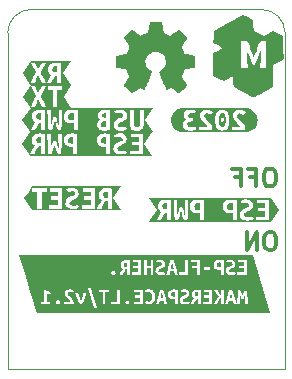
<source format=gbr>
G04 #@! TF.GenerationSoftware,KiCad,Pcbnew,6.0.10+dfsg-1~bpo11+1*
G04 #@! TF.ProjectId,project,70726f6a-6563-4742-9e6b-696361645f70,rev?*
G04 #@! TF.SameCoordinates,Original*
G04 #@! TF.FileFunction,Legend,Bot*
G04 #@! TF.FilePolarity,Positive*
%FSLAX46Y46*%
G04 Gerber Fmt 4.6, Leading zero omitted, Abs format (unit mm)*
%MOMM*%
%LPD*%
G01*
G04 APERTURE LIST*
G04 #@! TA.AperFunction,Profile*
%ADD10C,0.100000*%
G04 #@! TD*
%ADD11C,0.300000*%
%ADD12C,0.010000*%
%ADD13C,0.900000*%
%ADD14C,0.650000*%
%ADD15O,1.000000X2.100000*%
%ADD16O,1.000000X1.600000*%
%ADD17C,0.600000*%
G04 APERTURE END LIST*
D10*
X122250000Y-126475000D02*
X101150000Y-126475000D01*
X123500000Y-98000000D02*
X123500000Y-126475000D01*
X100000000Y-98000000D02*
X100000000Y-126475000D01*
X123500000Y-98000000D02*
G75*
G03*
X121500000Y-96000000I-2000000J0D01*
G01*
X122250000Y-126475000D02*
X123500000Y-126475000D01*
X102000000Y-96000000D02*
X121500000Y-96000000D01*
X101150000Y-126475000D02*
X100000000Y-126475000D01*
X102000000Y-96000000D02*
G75*
G03*
X100000000Y-98000000I0J-2000000D01*
G01*
D11*
X122328571Y-109478571D02*
X122042857Y-109478571D01*
X121900000Y-109550000D01*
X121757142Y-109692857D01*
X121685714Y-109978571D01*
X121685714Y-110478571D01*
X121757142Y-110764285D01*
X121900000Y-110907142D01*
X122042857Y-110978571D01*
X122328571Y-110978571D01*
X122471428Y-110907142D01*
X122614285Y-110764285D01*
X122685714Y-110478571D01*
X122685714Y-109978571D01*
X122614285Y-109692857D01*
X122471428Y-109550000D01*
X122328571Y-109478571D01*
X120542857Y-110192857D02*
X121042857Y-110192857D01*
X121042857Y-110978571D02*
X121042857Y-109478571D01*
X120328571Y-109478571D01*
X119257142Y-110192857D02*
X119757142Y-110192857D01*
X119757142Y-110978571D02*
X119757142Y-109478571D01*
X119042857Y-109478571D01*
X122378571Y-114878571D02*
X122092857Y-114878571D01*
X121950000Y-114950000D01*
X121807142Y-115092857D01*
X121735714Y-115378571D01*
X121735714Y-115878571D01*
X121807142Y-116164285D01*
X121950000Y-116307142D01*
X122092857Y-116378571D01*
X122378571Y-116378571D01*
X122521428Y-116307142D01*
X122664285Y-116164285D01*
X122735714Y-115878571D01*
X122735714Y-115378571D01*
X122664285Y-115092857D01*
X122521428Y-114950000D01*
X122378571Y-114878571D01*
X121092857Y-116378571D02*
X121092857Y-114878571D01*
X120235714Y-116378571D01*
X120235714Y-114878571D01*
G36*
X104143740Y-100804095D02*
G01*
X104199302Y-100811041D01*
X104199302Y-101327772D01*
X104124293Y-101327772D01*
X103973580Y-101310756D01*
X103871483Y-101259708D01*
X103793696Y-101066628D01*
X103814532Y-100948558D01*
X103877040Y-100866603D01*
X103973580Y-100818680D01*
X104096512Y-100802706D01*
X104143740Y-100804095D01*
G37*
G36*
X101270927Y-101375000D02*
G01*
X101943233Y-100366541D01*
X105329073Y-100366541D01*
X104656767Y-101375000D01*
X105329073Y-102383459D01*
X101943233Y-102383459D01*
X101850629Y-102244553D01*
X101943465Y-102244553D01*
X102312955Y-102244553D01*
X102371643Y-102095229D01*
X102442138Y-101930625D01*
X102520273Y-101758381D01*
X102601880Y-101586138D01*
X102682446Y-101753172D01*
X102763012Y-101926458D01*
X102838021Y-102094187D01*
X102901918Y-102244553D01*
X103271408Y-102244553D01*
X103332527Y-102244553D01*
X103690905Y-102244553D01*
X103760011Y-102080991D01*
X103839535Y-101923680D01*
X103927393Y-101768452D01*
X104021502Y-101611141D01*
X104199302Y-101611141D01*
X104199302Y-102244553D01*
X104541012Y-102244553D01*
X104541012Y-100549897D01*
X104431276Y-100529061D01*
X104310427Y-100515170D01*
X104193746Y-100508225D01*
X104096512Y-100505447D01*
X103956216Y-100513781D01*
X103829812Y-100538784D01*
X103718687Y-100581151D01*
X103624230Y-100641575D01*
X103492269Y-100817986D01*
X103457890Y-100934320D01*
X103446430Y-101069406D01*
X103461710Y-101212480D01*
X103507549Y-101341662D01*
X103588809Y-101449315D01*
X103710352Y-101527797D01*
X103610340Y-101687539D01*
X103507549Y-101870895D01*
X103411704Y-102062586D01*
X103332527Y-102244553D01*
X103271408Y-102244553D01*
X103189454Y-102063975D01*
X103132502Y-101954239D01*
X103069994Y-101836169D01*
X103002972Y-101712195D01*
X102932477Y-101584748D01*
X102861635Y-101457996D01*
X102793571Y-101336106D01*
X103243627Y-100524894D01*
X102874137Y-100524894D01*
X102601880Y-101074962D01*
X102315733Y-100524894D01*
X101971246Y-100524894D01*
X102410190Y-101327772D01*
X102335875Y-101450009D01*
X102262949Y-101577803D01*
X102193149Y-101706639D01*
X102128210Y-101832002D01*
X102069522Y-101951461D01*
X102018474Y-102062586D01*
X101943465Y-102244553D01*
X101850629Y-102244553D01*
X101270927Y-101375000D01*
G37*
G36*
X113037275Y-97543931D02*
G01*
X113121095Y-97988555D01*
X113739667Y-98243551D01*
X114110707Y-97991246D01*
X114184144Y-97941506D01*
X114281499Y-97876218D01*
X114365787Y-97820454D01*
X114432631Y-97777078D01*
X114477654Y-97748953D01*
X114496478Y-97738942D01*
X114508039Y-97746061D01*
X114542596Y-97775894D01*
X114594894Y-97824852D01*
X114660500Y-97888440D01*
X114734983Y-97962163D01*
X114813913Y-98041525D01*
X114892856Y-98122031D01*
X114967384Y-98199185D01*
X115033063Y-98268493D01*
X115085463Y-98325457D01*
X115120153Y-98365584D01*
X115132701Y-98384377D01*
X115129782Y-98392451D01*
X115109571Y-98428469D01*
X115072663Y-98487744D01*
X115022050Y-98565630D01*
X114960725Y-98657481D01*
X114891679Y-98758650D01*
X114853787Y-98813826D01*
X114788606Y-98909884D01*
X114732723Y-98993717D01*
X114689117Y-99060777D01*
X114660769Y-99106519D01*
X114650657Y-99126396D01*
X114650823Y-99127497D01*
X114659743Y-99152694D01*
X114680206Y-99204147D01*
X114709360Y-99275135D01*
X114744353Y-99358935D01*
X114782332Y-99448828D01*
X114820445Y-99538091D01*
X114855839Y-99620003D01*
X114885662Y-99687843D01*
X114907061Y-99734890D01*
X114917184Y-99754422D01*
X114923174Y-99756155D01*
X114959566Y-99763969D01*
X115024427Y-99776915D01*
X115112565Y-99793979D01*
X115218787Y-99814151D01*
X115337902Y-99836418D01*
X115400683Y-99848223D01*
X115515912Y-99870748D01*
X115616662Y-99891550D01*
X115697426Y-99909435D01*
X115752698Y-99923208D01*
X115776971Y-99931674D01*
X115781331Y-99940066D01*
X115788563Y-99981072D01*
X115794246Y-100049368D01*
X115798382Y-100138529D01*
X115800977Y-100242128D01*
X115802036Y-100353740D01*
X115801561Y-100466938D01*
X115799559Y-100575296D01*
X115796033Y-100672389D01*
X115790987Y-100751790D01*
X115784427Y-100807072D01*
X115776356Y-100831810D01*
X115771458Y-100834600D01*
X115734930Y-100846569D01*
X115671565Y-100862405D01*
X115588686Y-100880374D01*
X115493618Y-100898741D01*
X115461542Y-100904591D01*
X115313393Y-100931798D01*
X115196961Y-100953663D01*
X115108209Y-100971093D01*
X115043103Y-100984996D01*
X114997606Y-100996277D01*
X114967682Y-101005843D01*
X114949294Y-101014601D01*
X114938407Y-101023457D01*
X114937142Y-101024943D01*
X114919338Y-101055931D01*
X114892994Y-101112634D01*
X114860661Y-101188399D01*
X114824893Y-101276574D01*
X114788244Y-101370507D01*
X114753266Y-101463547D01*
X114722513Y-101549041D01*
X114698538Y-101620336D01*
X114683895Y-101670782D01*
X114681136Y-101693726D01*
X114682981Y-101696703D01*
X114702075Y-101725493D01*
X114737984Y-101778595D01*
X114787378Y-101851117D01*
X114846927Y-101938167D01*
X114913303Y-102034854D01*
X114931520Y-102061456D01*
X114995577Y-102156875D01*
X115050937Y-102242212D01*
X115094439Y-102312405D01*
X115122924Y-102362394D01*
X115133232Y-102387116D01*
X115131011Y-102393616D01*
X115107858Y-102425644D01*
X115062177Y-102477945D01*
X114997241Y-102546999D01*
X114916319Y-102629286D01*
X114822685Y-102721286D01*
X114769165Y-102772781D01*
X114684542Y-102852983D01*
X114610475Y-102921678D01*
X114550941Y-102975252D01*
X114509917Y-103010085D01*
X114491381Y-103022563D01*
X114478646Y-103017938D01*
X114439436Y-102996057D01*
X114382495Y-102960273D01*
X114315250Y-102915117D01*
X114267438Y-102882165D01*
X114171985Y-102816727D01*
X114070125Y-102747228D01*
X113977088Y-102684075D01*
X113794832Y-102560800D01*
X113641841Y-102643520D01*
X113605817Y-102662613D01*
X113540303Y-102695272D01*
X113489640Y-102717819D01*
X113462564Y-102726226D01*
X113453703Y-102715430D01*
X113431699Y-102674323D01*
X113399199Y-102606549D01*
X113358010Y-102516409D01*
X113309942Y-102408205D01*
X113256802Y-102286237D01*
X113200399Y-102154808D01*
X113142542Y-102018218D01*
X113085038Y-101880767D01*
X113029697Y-101746758D01*
X112978326Y-101620491D01*
X112932735Y-101506268D01*
X112894732Y-101408390D01*
X112866124Y-101331157D01*
X112848721Y-101278871D01*
X112844331Y-101255833D01*
X112844628Y-101255160D01*
X112865077Y-101233863D01*
X112907850Y-101200508D01*
X112964117Y-101162011D01*
X112981877Y-101150256D01*
X113117014Y-101038735D01*
X113228856Y-100905906D01*
X113314755Y-100757298D01*
X113372062Y-100598440D01*
X113398131Y-100434860D01*
X113390313Y-100272088D01*
X113358644Y-100127315D01*
X113301782Y-99981124D01*
X113218888Y-99850703D01*
X113105131Y-99726813D01*
X113060433Y-99687235D01*
X112915935Y-99589723D01*
X112759838Y-99524050D01*
X112596667Y-99489630D01*
X112430943Y-99485874D01*
X112267192Y-99512194D01*
X112109936Y-99568003D01*
X111963698Y-99652714D01*
X111833004Y-99765737D01*
X111722374Y-99906487D01*
X111701105Y-99941342D01*
X111628810Y-100100655D01*
X111590415Y-100266552D01*
X111584914Y-100434737D01*
X111611301Y-100600913D01*
X111668570Y-100760784D01*
X111755717Y-100910053D01*
X111871736Y-101044423D01*
X112015622Y-101159599D01*
X112020294Y-101162702D01*
X112075964Y-101201933D01*
X112117689Y-101235286D01*
X112136746Y-101255833D01*
X112134342Y-101271941D01*
X112119391Y-101318844D01*
X112092881Y-101391539D01*
X112056620Y-101485725D01*
X112012416Y-101597098D01*
X111962076Y-101721358D01*
X111907407Y-101854202D01*
X111850218Y-101991327D01*
X111792316Y-102128432D01*
X111735510Y-102261215D01*
X111681606Y-102385374D01*
X111632412Y-102496606D01*
X111589737Y-102590609D01*
X111555387Y-102663082D01*
X111531171Y-102709722D01*
X111518897Y-102726226D01*
X111508689Y-102723991D01*
X111468586Y-102707926D01*
X111409318Y-102679759D01*
X111339619Y-102643520D01*
X111186629Y-102560800D01*
X111004373Y-102684075D01*
X110950527Y-102720579D01*
X110850374Y-102788784D01*
X110750525Y-102857098D01*
X110666211Y-102915117D01*
X110619679Y-102946736D01*
X110559200Y-102986020D01*
X110514357Y-103012912D01*
X110492455Y-103022883D01*
X110483045Y-103018650D01*
X110449031Y-102992721D01*
X110396595Y-102947070D01*
X110330301Y-102886186D01*
X110254713Y-102814561D01*
X110174396Y-102736683D01*
X110093913Y-102657045D01*
X110017829Y-102580135D01*
X109950707Y-102510445D01*
X109897112Y-102452464D01*
X109861608Y-102410684D01*
X109848759Y-102389593D01*
X109849500Y-102385581D01*
X109864793Y-102352920D01*
X109897462Y-102296412D01*
X109944350Y-102221163D01*
X110002301Y-102132275D01*
X110068157Y-102034854D01*
X110086627Y-102007982D01*
X110151482Y-101913423D01*
X110208609Y-101829827D01*
X110254678Y-101762084D01*
X110286359Y-101715086D01*
X110300324Y-101693726D01*
X110300668Y-101692811D01*
X110296546Y-101666678D01*
X110280807Y-101613740D01*
X110256004Y-101540647D01*
X110224689Y-101454052D01*
X110189417Y-101360608D01*
X110152740Y-101266965D01*
X110117212Y-101179777D01*
X110085386Y-101105695D01*
X110059816Y-101051371D01*
X110043053Y-101023457D01*
X110041374Y-101021724D01*
X110029372Y-101012956D01*
X110009103Y-101004115D01*
X109976529Y-100994292D01*
X109927616Y-100982583D01*
X109858327Y-100968080D01*
X109764625Y-100949876D01*
X109642476Y-100927066D01*
X109487842Y-100898741D01*
X109455770Y-100892780D01*
X109363893Y-100874352D01*
X109286607Y-100856892D01*
X109231236Y-100842133D01*
X109205105Y-100831810D01*
X109200733Y-100823197D01*
X109193445Y-100781826D01*
X109187669Y-100713241D01*
X109183410Y-100623868D01*
X109180673Y-100520135D01*
X109179462Y-100408465D01*
X109179782Y-100295287D01*
X109181636Y-100187026D01*
X109185030Y-100090108D01*
X109189967Y-100010959D01*
X109196452Y-99956006D01*
X109204489Y-99931674D01*
X109212696Y-99928079D01*
X109253519Y-99916748D01*
X109322524Y-99900722D01*
X109414203Y-99881195D01*
X109523050Y-99859362D01*
X109643558Y-99836418D01*
X109709357Y-99824159D01*
X109822135Y-99802901D01*
X109919207Y-99784287D01*
X109995382Y-99769328D01*
X110045469Y-99759036D01*
X110064276Y-99754422D01*
X110064983Y-99753471D01*
X110076961Y-99729310D01*
X110099794Y-99678694D01*
X110130630Y-99608338D01*
X110166613Y-99524958D01*
X110204891Y-99435270D01*
X110242609Y-99345989D01*
X110276913Y-99263832D01*
X110304949Y-99195513D01*
X110323864Y-99147748D01*
X110330803Y-99127254D01*
X110327742Y-99120043D01*
X110307372Y-99085728D01*
X110270422Y-99027970D01*
X110219860Y-98951299D01*
X110158657Y-98860248D01*
X110089781Y-98759350D01*
X110051994Y-98704093D01*
X109986782Y-98607215D01*
X109930871Y-98522193D01*
X109887241Y-98453662D01*
X109858877Y-98406260D01*
X109848759Y-98384623D01*
X109855790Y-98372887D01*
X109885197Y-98337818D01*
X109933441Y-98284745D01*
X109996093Y-98218164D01*
X110068725Y-98142574D01*
X110146908Y-98062472D01*
X110226214Y-97982354D01*
X110302213Y-97906718D01*
X110370478Y-97840062D01*
X110426580Y-97786882D01*
X110466090Y-97751676D01*
X110484579Y-97738942D01*
X110494843Y-97743893D01*
X110532530Y-97766857D01*
X110593348Y-97805938D01*
X110672913Y-97858272D01*
X110766843Y-97920996D01*
X110870754Y-97991246D01*
X111241794Y-98243551D01*
X111551080Y-98116053D01*
X111860365Y-97988555D01*
X111944186Y-97543931D01*
X112028006Y-97099307D01*
X112953454Y-97099307D01*
X113037275Y-97543931D01*
G37*
D12*
X113037275Y-97543931D02*
X113121095Y-97988555D01*
X113739667Y-98243551D01*
X114110707Y-97991246D01*
X114184144Y-97941506D01*
X114281499Y-97876218D01*
X114365787Y-97820454D01*
X114432631Y-97777078D01*
X114477654Y-97748953D01*
X114496478Y-97738942D01*
X114508039Y-97746061D01*
X114542596Y-97775894D01*
X114594894Y-97824852D01*
X114660500Y-97888440D01*
X114734983Y-97962163D01*
X114813913Y-98041525D01*
X114892856Y-98122031D01*
X114967384Y-98199185D01*
X115033063Y-98268493D01*
X115085463Y-98325457D01*
X115120153Y-98365584D01*
X115132701Y-98384377D01*
X115129782Y-98392451D01*
X115109571Y-98428469D01*
X115072663Y-98487744D01*
X115022050Y-98565630D01*
X114960725Y-98657481D01*
X114891679Y-98758650D01*
X114853787Y-98813826D01*
X114788606Y-98909884D01*
X114732723Y-98993717D01*
X114689117Y-99060777D01*
X114660769Y-99106519D01*
X114650657Y-99126396D01*
X114650823Y-99127497D01*
X114659743Y-99152694D01*
X114680206Y-99204147D01*
X114709360Y-99275135D01*
X114744353Y-99358935D01*
X114782332Y-99448828D01*
X114820445Y-99538091D01*
X114855839Y-99620003D01*
X114885662Y-99687843D01*
X114907061Y-99734890D01*
X114917184Y-99754422D01*
X114923174Y-99756155D01*
X114959566Y-99763969D01*
X115024427Y-99776915D01*
X115112565Y-99793979D01*
X115218787Y-99814151D01*
X115337902Y-99836418D01*
X115400683Y-99848223D01*
X115515912Y-99870748D01*
X115616662Y-99891550D01*
X115697426Y-99909435D01*
X115752698Y-99923208D01*
X115776971Y-99931674D01*
X115781331Y-99940066D01*
X115788563Y-99981072D01*
X115794246Y-100049368D01*
X115798382Y-100138529D01*
X115800977Y-100242128D01*
X115802036Y-100353740D01*
X115801561Y-100466938D01*
X115799559Y-100575296D01*
X115796033Y-100672389D01*
X115790987Y-100751790D01*
X115784427Y-100807072D01*
X115776356Y-100831810D01*
X115771458Y-100834600D01*
X115734930Y-100846569D01*
X115671565Y-100862405D01*
X115588686Y-100880374D01*
X115493618Y-100898741D01*
X115461542Y-100904591D01*
X115313393Y-100931798D01*
X115196961Y-100953663D01*
X115108209Y-100971093D01*
X115043103Y-100984996D01*
X114997606Y-100996277D01*
X114967682Y-101005843D01*
X114949294Y-101014601D01*
X114938407Y-101023457D01*
X114937142Y-101024943D01*
X114919338Y-101055931D01*
X114892994Y-101112634D01*
X114860661Y-101188399D01*
X114824893Y-101276574D01*
X114788244Y-101370507D01*
X114753266Y-101463547D01*
X114722513Y-101549041D01*
X114698538Y-101620336D01*
X114683895Y-101670782D01*
X114681136Y-101693726D01*
X114682981Y-101696703D01*
X114702075Y-101725493D01*
X114737984Y-101778595D01*
X114787378Y-101851117D01*
X114846927Y-101938167D01*
X114913303Y-102034854D01*
X114931520Y-102061456D01*
X114995577Y-102156875D01*
X115050937Y-102242212D01*
X115094439Y-102312405D01*
X115122924Y-102362394D01*
X115133232Y-102387116D01*
X115131011Y-102393616D01*
X115107858Y-102425644D01*
X115062177Y-102477945D01*
X114997241Y-102546999D01*
X114916319Y-102629286D01*
X114822685Y-102721286D01*
X114769165Y-102772781D01*
X114684542Y-102852983D01*
X114610475Y-102921678D01*
X114550941Y-102975252D01*
X114509917Y-103010085D01*
X114491381Y-103022563D01*
X114478646Y-103017938D01*
X114439436Y-102996057D01*
X114382495Y-102960273D01*
X114315250Y-102915117D01*
X114267438Y-102882165D01*
X114171985Y-102816727D01*
X114070125Y-102747228D01*
X113977088Y-102684075D01*
X113794832Y-102560800D01*
X113641841Y-102643520D01*
X113605817Y-102662613D01*
X113540303Y-102695272D01*
X113489640Y-102717819D01*
X113462564Y-102726226D01*
X113453703Y-102715430D01*
X113431699Y-102674323D01*
X113399199Y-102606549D01*
X113358010Y-102516409D01*
X113309942Y-102408205D01*
X113256802Y-102286237D01*
X113200399Y-102154808D01*
X113142542Y-102018218D01*
X113085038Y-101880767D01*
X113029697Y-101746758D01*
X112978326Y-101620491D01*
X112932735Y-101506268D01*
X112894732Y-101408390D01*
X112866124Y-101331157D01*
X112848721Y-101278871D01*
X112844331Y-101255833D01*
X112844628Y-101255160D01*
X112865077Y-101233863D01*
X112907850Y-101200508D01*
X112964117Y-101162011D01*
X112981877Y-101150256D01*
X113117014Y-101038735D01*
X113228856Y-100905906D01*
X113314755Y-100757298D01*
X113372062Y-100598440D01*
X113398131Y-100434860D01*
X113390313Y-100272088D01*
X113358644Y-100127315D01*
X113301782Y-99981124D01*
X113218888Y-99850703D01*
X113105131Y-99726813D01*
X113060433Y-99687235D01*
X112915935Y-99589723D01*
X112759838Y-99524050D01*
X112596667Y-99489630D01*
X112430943Y-99485874D01*
X112267192Y-99512194D01*
X112109936Y-99568003D01*
X111963698Y-99652714D01*
X111833004Y-99765737D01*
X111722374Y-99906487D01*
X111701105Y-99941342D01*
X111628810Y-100100655D01*
X111590415Y-100266552D01*
X111584914Y-100434737D01*
X111611301Y-100600913D01*
X111668570Y-100760784D01*
X111755717Y-100910053D01*
X111871736Y-101044423D01*
X112015622Y-101159599D01*
X112020294Y-101162702D01*
X112075964Y-101201933D01*
X112117689Y-101235286D01*
X112136746Y-101255833D01*
X112134342Y-101271941D01*
X112119391Y-101318844D01*
X112092881Y-101391539D01*
X112056620Y-101485725D01*
X112012416Y-101597098D01*
X111962076Y-101721358D01*
X111907407Y-101854202D01*
X111850218Y-101991327D01*
X111792316Y-102128432D01*
X111735510Y-102261215D01*
X111681606Y-102385374D01*
X111632412Y-102496606D01*
X111589737Y-102590609D01*
X111555387Y-102663082D01*
X111531171Y-102709722D01*
X111518897Y-102726226D01*
X111508689Y-102723991D01*
X111468586Y-102707926D01*
X111409318Y-102679759D01*
X111339619Y-102643520D01*
X111186629Y-102560800D01*
X111004373Y-102684075D01*
X110950527Y-102720579D01*
X110850374Y-102788784D01*
X110750525Y-102857098D01*
X110666211Y-102915117D01*
X110619679Y-102946736D01*
X110559200Y-102986020D01*
X110514357Y-103012912D01*
X110492455Y-103022883D01*
X110483045Y-103018650D01*
X110449031Y-102992721D01*
X110396595Y-102947070D01*
X110330301Y-102886186D01*
X110254713Y-102814561D01*
X110174396Y-102736683D01*
X110093913Y-102657045D01*
X110017829Y-102580135D01*
X109950707Y-102510445D01*
X109897112Y-102452464D01*
X109861608Y-102410684D01*
X109848759Y-102389593D01*
X109849500Y-102385581D01*
X109864793Y-102352920D01*
X109897462Y-102296412D01*
X109944350Y-102221163D01*
X110002301Y-102132275D01*
X110068157Y-102034854D01*
X110086627Y-102007982D01*
X110151482Y-101913423D01*
X110208609Y-101829827D01*
X110254678Y-101762084D01*
X110286359Y-101715086D01*
X110300324Y-101693726D01*
X110300668Y-101692811D01*
X110296546Y-101666678D01*
X110280807Y-101613740D01*
X110256004Y-101540647D01*
X110224689Y-101454052D01*
X110189417Y-101360608D01*
X110152740Y-101266965D01*
X110117212Y-101179777D01*
X110085386Y-101105695D01*
X110059816Y-101051371D01*
X110043053Y-101023457D01*
X110041374Y-101021724D01*
X110029372Y-101012956D01*
X110009103Y-101004115D01*
X109976529Y-100994292D01*
X109927616Y-100982583D01*
X109858327Y-100968080D01*
X109764625Y-100949876D01*
X109642476Y-100927066D01*
X109487842Y-100898741D01*
X109455770Y-100892780D01*
X109363893Y-100874352D01*
X109286607Y-100856892D01*
X109231236Y-100842133D01*
X109205105Y-100831810D01*
X109200733Y-100823197D01*
X109193445Y-100781826D01*
X109187669Y-100713241D01*
X109183410Y-100623868D01*
X109180673Y-100520135D01*
X109179462Y-100408465D01*
X109179782Y-100295287D01*
X109181636Y-100187026D01*
X109185030Y-100090108D01*
X109189967Y-100010959D01*
X109196452Y-99956006D01*
X109204489Y-99931674D01*
X109212696Y-99928079D01*
X109253519Y-99916748D01*
X109322524Y-99900722D01*
X109414203Y-99881195D01*
X109523050Y-99859362D01*
X109643558Y-99836418D01*
X109709357Y-99824159D01*
X109822135Y-99802901D01*
X109919207Y-99784287D01*
X109995382Y-99769328D01*
X110045469Y-99759036D01*
X110064276Y-99754422D01*
X110064983Y-99753471D01*
X110076961Y-99729310D01*
X110099794Y-99678694D01*
X110130630Y-99608338D01*
X110166613Y-99524958D01*
X110204891Y-99435270D01*
X110242609Y-99345989D01*
X110276913Y-99263832D01*
X110304949Y-99195513D01*
X110323864Y-99147748D01*
X110330803Y-99127254D01*
X110327742Y-99120043D01*
X110307372Y-99085728D01*
X110270422Y-99027970D01*
X110219860Y-98951299D01*
X110158657Y-98860248D01*
X110089781Y-98759350D01*
X110051994Y-98704093D01*
X109986782Y-98607215D01*
X109930871Y-98522193D01*
X109887241Y-98453662D01*
X109858877Y-98406260D01*
X109848759Y-98384623D01*
X109855790Y-98372887D01*
X109885197Y-98337818D01*
X109933441Y-98284745D01*
X109996093Y-98218164D01*
X110068725Y-98142574D01*
X110146908Y-98062472D01*
X110226214Y-97982354D01*
X110302213Y-97906718D01*
X110370478Y-97840062D01*
X110426580Y-97786882D01*
X110466090Y-97751676D01*
X110484579Y-97738942D01*
X110494843Y-97743893D01*
X110532530Y-97766857D01*
X110593348Y-97805938D01*
X110672913Y-97858272D01*
X110766843Y-97920996D01*
X110870754Y-97991246D01*
X111241794Y-98243551D01*
X111551080Y-98116053D01*
X111860365Y-97988555D01*
X111944186Y-97543931D01*
X112028006Y-97099307D01*
X112953454Y-97099307D01*
X113037275Y-97543931D01*
G36*
X110067329Y-117422630D02*
G01*
X110107017Y-117427591D01*
X110107017Y-117796685D01*
X110053439Y-117796685D01*
X109945786Y-117784531D01*
X109872861Y-117748068D01*
X109817298Y-117610154D01*
X109832181Y-117525818D01*
X109876829Y-117467279D01*
X109945786Y-117433048D01*
X110033595Y-117421638D01*
X110067329Y-117422630D01*
G37*
G36*
X113969603Y-117593287D02*
G01*
X114001353Y-117716318D01*
X114029134Y-117838357D01*
X114053939Y-117965357D01*
X113813829Y-117965357D01*
X113837642Y-117838357D01*
X113864431Y-117716318D01*
X113896181Y-117593287D01*
X113932892Y-117461326D01*
X113969603Y-117593287D01*
G37*
G36*
X118951963Y-120086439D02*
G01*
X118983244Y-120207652D01*
X119010614Y-120327887D01*
X119035052Y-120453010D01*
X118798491Y-120453010D01*
X118821952Y-120327887D01*
X118848345Y-120207652D01*
X118879626Y-120086439D01*
X118915794Y-119956428D01*
X118951963Y-120086439D01*
G37*
G36*
X117983993Y-117422630D02*
G01*
X118044517Y-117427591D01*
X118044517Y-117824466D01*
X117945298Y-117824466D01*
X117842607Y-117812808D01*
X117768689Y-117777833D01*
X117724040Y-117714581D01*
X117709157Y-117618091D01*
X117723792Y-117526562D01*
X117767697Y-117466287D01*
X117835909Y-117432800D01*
X117923470Y-117421638D01*
X117983993Y-117422630D01*
G37*
G36*
X113086815Y-120086439D02*
G01*
X113118096Y-120207652D01*
X113145466Y-120327887D01*
X113169905Y-120453010D01*
X112933344Y-120453010D01*
X112956804Y-120327887D01*
X112983197Y-120207652D01*
X113014478Y-120086439D01*
X113050647Y-119956428D01*
X113086815Y-120086439D01*
G37*
G36*
X100985633Y-116782008D02*
G01*
X120748572Y-116782008D01*
X122214367Y-121667992D01*
X102451428Y-121667992D01*
X102230630Y-120931997D01*
X102864840Y-120931997D01*
X103599938Y-120931997D01*
X103599938Y-120777549D01*
X104075015Y-120777549D01*
X104127802Y-120908537D01*
X104249015Y-120953503D01*
X104315486Y-120941773D01*
X104331407Y-120931997D01*
X104814024Y-120931997D01*
X105603864Y-120931997D01*
X105608752Y-120883121D01*
X105607774Y-120842065D01*
X105598732Y-120748223D01*
X105571606Y-120662201D01*
X105530550Y-120583266D01*
X105479718Y-120510684D01*
X105422044Y-120443724D01*
X105360460Y-120381651D01*
X105241202Y-120267281D01*
X105149315Y-120161708D01*
X105113147Y-120058090D01*
X105158113Y-119943720D01*
X105271506Y-119903642D01*
X105390764Y-119931012D01*
X105513932Y-120022900D01*
X105520866Y-120013124D01*
X105744627Y-120013124D01*
X105786783Y-120149184D01*
X105831138Y-120279744D01*
X105877693Y-120404806D01*
X105926447Y-120524370D01*
X105991615Y-120673497D01*
X106054177Y-120809372D01*
X106114132Y-120931997D01*
X106315502Y-120931997D01*
X106374479Y-120809372D01*
X106434108Y-120673497D01*
X106494389Y-120524370D01*
X106539294Y-120404806D01*
X106583099Y-120279744D01*
X106625805Y-120149184D01*
X106667411Y-120013124D01*
X106415209Y-120013124D01*
X106373176Y-120171483D01*
X106348005Y-120255795D01*
X106321367Y-120340595D01*
X106293752Y-120424418D01*
X106265648Y-120505797D01*
X106211884Y-120652425D01*
X106155188Y-120505797D01*
X106124151Y-120424418D01*
X106093604Y-120340595D01*
X106063789Y-120255795D01*
X106034952Y-120171483D01*
X105989009Y-120013124D01*
X105744627Y-120013124D01*
X105520866Y-120013124D01*
X105633190Y-119854765D01*
X105548878Y-119783406D01*
X105452348Y-119733552D01*
X105349952Y-119704227D01*
X105248045Y-119694451D01*
X105105326Y-119715957D01*
X104984113Y-119780473D01*
X104900046Y-119888979D01*
X104868765Y-120040495D01*
X104892226Y-120160731D01*
X104954788Y-120273146D01*
X105042765Y-120378719D01*
X105142472Y-120476471D01*
X105201124Y-120532190D01*
X105263685Y-120598662D01*
X105313539Y-120668066D01*
X105334067Y-120732582D01*
X104814024Y-120732582D01*
X104814024Y-120931997D01*
X104331407Y-120931997D01*
X104371205Y-120907559D01*
X104410306Y-120852818D01*
X104424969Y-120777549D01*
X104410306Y-120704234D01*
X104371205Y-120650470D01*
X104315486Y-120617235D01*
X104249015Y-120605504D01*
X104127802Y-120650470D01*
X104075015Y-120777549D01*
X103599938Y-120777549D01*
X103599938Y-120732582D01*
X103345782Y-120732582D01*
X103345782Y-120056135D01*
X103470905Y-120125540D01*
X103590163Y-120173438D01*
X103668365Y-119974023D01*
X103566703Y-119929057D01*
X103457220Y-119868451D01*
X103353602Y-119798069D01*
X103269535Y-119721822D01*
X103105311Y-119721822D01*
X103105311Y-120732582D01*
X102864840Y-120732582D01*
X102864840Y-120931997D01*
X102230630Y-120931997D01*
X101820656Y-119565418D01*
X106786669Y-119565418D01*
X107330172Y-121254581D01*
X107580419Y-121254581D01*
X107148317Y-119921237D01*
X107721182Y-119921237D01*
X108039855Y-119921237D01*
X108039855Y-120931997D01*
X108282281Y-120931997D01*
X108728033Y-120931997D01*
X109488547Y-120931997D01*
X109488547Y-120777549D01*
X109940163Y-120777549D01*
X109992950Y-120908537D01*
X110114163Y-120953503D01*
X110180634Y-120941773D01*
X110196555Y-120931997D01*
X110683082Y-120931997D01*
X111459236Y-120931997D01*
X111459236Y-120873346D01*
X111643011Y-120873346D01*
X111780842Y-120931020D01*
X111874440Y-120950815D01*
X111981235Y-120957413D01*
X112138507Y-120939166D01*
X112155576Y-120931997D01*
X112577525Y-120931997D01*
X112835591Y-120931997D01*
X112892288Y-120652425D01*
X113214871Y-120652425D01*
X113269612Y-120931997D01*
X113519858Y-120931997D01*
X113485371Y-120791429D01*
X113450728Y-120655945D01*
X113415928Y-120525543D01*
X113380972Y-120400224D01*
X113345859Y-120279989D01*
X113302237Y-120134765D01*
X113295586Y-120112832D01*
X113592195Y-120112832D01*
X113606424Y-120244146D01*
X113649109Y-120348741D01*
X113720251Y-120426617D01*
X113817460Y-120480381D01*
X113938348Y-120512639D01*
X114082913Y-120523392D01*
X114168935Y-120523392D01*
X114168935Y-120931997D01*
X114409406Y-120931997D01*
X114409406Y-120601594D01*
X114593180Y-120601594D01*
X114620795Y-120752377D01*
X114703641Y-120864548D01*
X114789989Y-120916140D01*
X114901752Y-120947095D01*
X115038932Y-120957413D01*
X115174319Y-120949349D01*
X115249686Y-120931997D01*
X115514009Y-120931997D01*
X115766210Y-120931997D01*
X115814842Y-120816894D01*
X115870805Y-120706189D01*
X115932634Y-120596951D01*
X115998861Y-120486246D01*
X116123984Y-120486246D01*
X116123984Y-120931997D01*
X116364455Y-120931997D01*
X116548230Y-120931997D01*
X117324384Y-120931997D01*
X117469058Y-120931997D01*
X117740810Y-120931997D01*
X117802394Y-120784391D01*
X117844672Y-120706189D01*
X117891349Y-120629942D01*
X117941447Y-120557117D01*
X117993989Y-120489179D01*
X118096629Y-120378719D01*
X118096629Y-120931997D01*
X118337100Y-120931997D01*
X118442672Y-120931997D01*
X118700739Y-120931997D01*
X118757435Y-120652425D01*
X119080018Y-120652425D01*
X119134760Y-120931997D01*
X119385006Y-120931997D01*
X119447568Y-120931997D01*
X119668488Y-120931997D01*
X119656758Y-119991619D01*
X119805342Y-120503842D01*
X119981296Y-120503842D01*
X120124015Y-119991619D01*
X120114240Y-120931997D01*
X120335160Y-120931997D01*
X120329051Y-120780481D01*
X120322452Y-120623100D01*
X120315365Y-120463274D01*
X120307789Y-120304427D01*
X120299236Y-120148512D01*
X120289216Y-119997484D01*
X120277731Y-119854277D01*
X120264778Y-119721822D01*
X120255111Y-119721822D01*
X120031150Y-119827395D01*
X119987161Y-119966203D01*
X119940240Y-120116742D01*
X119895274Y-120257506D01*
X119846398Y-120107944D01*
X119797522Y-119959360D01*
X119754510Y-119825440D01*
X119719320Y-119721822D01*
X119519905Y-119721822D01*
X119506464Y-119878226D01*
X119493511Y-120030720D01*
X119481781Y-120180525D01*
X119472006Y-120328865D01*
X119463941Y-120476960D01*
X119457343Y-120626032D01*
X119451967Y-120777304D01*
X119447568Y-120931997D01*
X119385006Y-120931997D01*
X119350519Y-120791429D01*
X119315876Y-120655945D01*
X119281076Y-120525543D01*
X119246119Y-120400224D01*
X119211007Y-120279989D01*
X119167385Y-120134765D01*
X119124496Y-119993329D01*
X119082340Y-119855682D01*
X119040917Y-119721822D01*
X118778941Y-119721822D01*
X118735991Y-119856782D01*
X118693163Y-119995773D01*
X118650457Y-120138797D01*
X118607874Y-120285854D01*
X118574052Y-120407106D01*
X118540620Y-120532346D01*
X118507580Y-120661575D01*
X118474931Y-120794792D01*
X118442672Y-120931997D01*
X118337100Y-120931997D01*
X118337100Y-119721822D01*
X118096629Y-119721822D01*
X118096629Y-120224270D01*
X118044517Y-120154032D01*
X118006696Y-120103057D01*
X117917742Y-119970113D01*
X117840517Y-119839125D01*
X117781866Y-119721822D01*
X117510114Y-119721822D01*
X117575608Y-119842058D01*
X117616420Y-119910973D01*
X117662608Y-119982821D01*
X117713195Y-120056869D01*
X117767203Y-120132382D01*
X117824144Y-120207163D01*
X117883528Y-120279011D01*
X117822433Y-120342061D01*
X117760360Y-120413909D01*
X117699509Y-120492845D01*
X117642080Y-120577156D01*
X117589049Y-120665133D01*
X117541395Y-120755066D01*
X117500827Y-120844753D01*
X117469058Y-120931997D01*
X117324384Y-120931997D01*
X117324384Y-119721822D01*
X116591241Y-119721822D01*
X116591241Y-119921237D01*
X117083913Y-119921237D01*
X117083913Y-120192989D01*
X116655757Y-120192989D01*
X116655757Y-120392404D01*
X117083913Y-120392404D01*
X117083913Y-120732582D01*
X116548230Y-120732582D01*
X116548230Y-120931997D01*
X116364455Y-120931997D01*
X116364455Y-119739417D01*
X116287231Y-119724755D01*
X116286361Y-119724655D01*
X116202186Y-119714979D01*
X116120074Y-119710092D01*
X116051647Y-119708137D01*
X115952917Y-119714002D01*
X115863962Y-119731597D01*
X115719289Y-119803934D01*
X115626424Y-119928080D01*
X115602230Y-120009947D01*
X115594166Y-120105012D01*
X115604918Y-120205697D01*
X115637177Y-120296606D01*
X115694362Y-120372365D01*
X115779895Y-120427595D01*
X115709514Y-120540010D01*
X115637177Y-120669043D01*
X115569728Y-120803942D01*
X115514009Y-120931997D01*
X115249686Y-120931997D01*
X115279403Y-120925155D01*
X115414301Y-120865526D01*
X115343919Y-120670021D01*
X115217819Y-120728672D01*
X115136440Y-120749200D01*
X115038932Y-120756043D01*
X114938247Y-120743335D01*
X114874708Y-120708144D01*
X114842449Y-120657313D01*
X114833651Y-120599639D01*
X114855157Y-120533167D01*
X114909898Y-120481359D01*
X114984190Y-120440303D01*
X115066302Y-120406089D01*
X115179695Y-120361123D01*
X115286245Y-120296606D01*
X115365425Y-120199832D01*
X115396706Y-120056135D01*
X115369091Y-119904619D01*
X115286245Y-119790249D01*
X115203373Y-119737028D01*
X115102036Y-119705095D01*
X114982235Y-119694451D01*
X114877884Y-119700805D01*
X114787708Y-119719867D01*
X114647922Y-119776563D01*
X114718304Y-119962293D01*
X114826809Y-119915372D01*
X114964640Y-119895821D01*
X115108336Y-119930524D01*
X115156235Y-120034630D01*
X115136684Y-120096214D01*
X115086830Y-120143135D01*
X115018404Y-120179304D01*
X114943134Y-120208629D01*
X114824854Y-120256528D01*
X114711461Y-120326910D01*
X114626416Y-120436393D01*
X114601489Y-120510440D01*
X114593180Y-120601594D01*
X114409406Y-120601594D01*
X114409406Y-119737462D01*
X114330226Y-119723777D01*
X114241272Y-119714979D01*
X114153294Y-119710092D01*
X114077047Y-119708137D01*
X113934763Y-119718672D01*
X113815505Y-119750279D01*
X113719273Y-119802957D01*
X113714611Y-119808014D01*
X113648674Y-119879529D01*
X113606315Y-119982821D01*
X113592195Y-120112832D01*
X113295586Y-120112832D01*
X113259348Y-119993329D01*
X113217192Y-119855682D01*
X113175770Y-119721822D01*
X112913793Y-119721822D01*
X112870843Y-119856782D01*
X112828015Y-119995773D01*
X112785310Y-120138797D01*
X112742726Y-120285854D01*
X112708904Y-120407106D01*
X112675473Y-120532346D01*
X112642432Y-120661575D01*
X112609783Y-120794792D01*
X112577525Y-120931997D01*
X112155576Y-120931997D01*
X112268844Y-120884425D01*
X112372244Y-120793189D01*
X112431263Y-120702401D01*
X112473418Y-120594263D01*
X112498712Y-120468773D01*
X112507143Y-120325932D01*
X112496879Y-120183702D01*
X112466087Y-120058090D01*
X112416966Y-119949830D01*
X112351716Y-119859653D01*
X112271559Y-119788294D01*
X112177717Y-119736485D01*
X112072389Y-119704960D01*
X111957774Y-119694451D01*
X111841449Y-119705204D01*
X111750539Y-119729642D01*
X111685045Y-119758968D01*
X111644966Y-119782429D01*
X111707528Y-119974023D01*
X111816033Y-119924170D01*
X111961684Y-119903642D01*
X112072144Y-119924170D01*
X112167942Y-119992596D01*
X112236369Y-120120652D01*
X112256163Y-120210584D01*
X112262762Y-120320067D01*
X112254833Y-120447471D01*
X112231046Y-120553370D01*
X112191402Y-120637763D01*
X112097316Y-120720608D01*
X111957774Y-120748223D01*
X111802348Y-120726717D01*
X111703618Y-120683706D01*
X111643011Y-120873346D01*
X111459236Y-120873346D01*
X111459236Y-119721822D01*
X110726093Y-119721822D01*
X110726093Y-119921237D01*
X111218765Y-119921237D01*
X111218765Y-120192989D01*
X110790610Y-120192989D01*
X110790610Y-120392404D01*
X111218765Y-120392404D01*
X111218765Y-120732582D01*
X110683082Y-120732582D01*
X110683082Y-120931997D01*
X110196555Y-120931997D01*
X110236353Y-120907559D01*
X110275454Y-120852818D01*
X110290117Y-120777549D01*
X110275454Y-120704234D01*
X110236353Y-120650470D01*
X110180634Y-120617235D01*
X110114163Y-120605504D01*
X109992950Y-120650470D01*
X109940163Y-120777549D01*
X109488547Y-120777549D01*
X109488547Y-119721822D01*
X109246121Y-119721822D01*
X109246121Y-120732582D01*
X108728033Y-120732582D01*
X108728033Y-120931997D01*
X108282281Y-120931997D01*
X108282281Y-119921237D01*
X108600954Y-119921237D01*
X108600954Y-119721822D01*
X107721182Y-119721822D01*
X107721182Y-119921237D01*
X107148317Y-119921237D01*
X107033005Y-119565418D01*
X106786669Y-119565418D01*
X101820656Y-119565418D01*
X101439459Y-118294763D01*
X108791376Y-118294763D01*
X108844954Y-118427716D01*
X108967986Y-118473357D01*
X109035454Y-118461451D01*
X109051613Y-118451529D01*
X109487892Y-118451529D01*
X109743876Y-118451529D01*
X109793238Y-118334699D01*
X109850040Y-118222333D01*
X109912796Y-118111456D01*
X109980017Y-117999091D01*
X110107017Y-117999091D01*
X110107017Y-118451529D01*
X110351095Y-118451529D01*
X110537626Y-118451529D01*
X111325423Y-118451529D01*
X111539736Y-118451529D01*
X111783814Y-118451529D01*
X111783814Y-117909794D01*
X112109251Y-117909794D01*
X112109251Y-118451529D01*
X112353329Y-118451529D01*
X112353329Y-118116169D01*
X112522001Y-118116169D01*
X112550031Y-118269214D01*
X112634118Y-118383068D01*
X112721762Y-118435433D01*
X112835202Y-118466853D01*
X112974439Y-118477326D01*
X113111857Y-118469140D01*
X113188348Y-118451529D01*
X113452673Y-118451529D01*
X113714611Y-118451529D01*
X113772157Y-118167763D01*
X114099579Y-118167763D01*
X114155142Y-118451529D01*
X114409142Y-118451529D01*
X114506376Y-118451529D01*
X115278298Y-118451529D01*
X115278298Y-117425607D01*
X115534282Y-117425607D01*
X116042282Y-117425607D01*
X116042282Y-117723263D01*
X115597782Y-117723263D01*
X115597782Y-117925669D01*
X116042282Y-117925669D01*
X116042282Y-118451529D01*
X116286361Y-118451529D01*
X116286361Y-118062591D01*
X116635611Y-118062591D01*
X117179329Y-118062591D01*
X117179329Y-117822482D01*
X116635611Y-117822482D01*
X116635611Y-118062591D01*
X116286361Y-118062591D01*
X116286361Y-117620076D01*
X117459126Y-117620076D01*
X117473568Y-117753359D01*
X117516894Y-117859524D01*
X117589103Y-117938568D01*
X117687770Y-117993138D01*
X117810471Y-118025880D01*
X117957204Y-118036794D01*
X118044517Y-118036794D01*
X118044517Y-118451529D01*
X118288595Y-118451529D01*
X118288595Y-118116169D01*
X118475126Y-118116169D01*
X118503156Y-118269214D01*
X118587243Y-118383068D01*
X118674887Y-118435433D01*
X118788327Y-118466853D01*
X118927564Y-118477326D01*
X119064982Y-118469140D01*
X119141473Y-118451529D01*
X119467314Y-118451529D01*
X120255111Y-118451529D01*
X120255111Y-117223201D01*
X119510970Y-117223201D01*
X119510970Y-117425607D01*
X120011032Y-117425607D01*
X120011032Y-117701435D01*
X119576454Y-117701435D01*
X119576454Y-117903841D01*
X120011032Y-117903841D01*
X120011032Y-118249122D01*
X119467314Y-118249122D01*
X119467314Y-118451529D01*
X119141473Y-118451529D01*
X119171642Y-118444583D01*
X119308564Y-118384060D01*
X119237126Y-118185622D01*
X119109134Y-118245154D01*
X119026534Y-118265990D01*
X118927564Y-118272935D01*
X118825368Y-118260037D01*
X118760876Y-118224318D01*
X118728134Y-118172724D01*
X118719204Y-118114185D01*
X118741032Y-118046716D01*
X118796595Y-117994130D01*
X118872001Y-117952458D01*
X118955345Y-117917732D01*
X119070439Y-117872091D01*
X119178587Y-117806607D01*
X119258954Y-117708380D01*
X119290704Y-117562529D01*
X119262675Y-117408740D01*
X119178587Y-117292654D01*
X119094472Y-117238635D01*
X118991615Y-117206223D01*
X118870017Y-117195419D01*
X118764101Y-117201869D01*
X118672572Y-117221216D01*
X118530689Y-117278763D01*
X118602126Y-117467279D01*
X118712259Y-117419654D01*
X118852157Y-117399810D01*
X118960196Y-117415465D01*
X119025019Y-117462428D01*
X119046626Y-117540701D01*
X119026782Y-117603208D01*
X118976181Y-117650833D01*
X118906728Y-117687544D01*
X118830329Y-117717310D01*
X118710275Y-117765927D01*
X118595181Y-117837365D01*
X118508861Y-117948490D01*
X118483560Y-118023648D01*
X118475126Y-118116169D01*
X118288595Y-118116169D01*
X118288595Y-117239076D01*
X118208228Y-117225185D01*
X118117939Y-117216255D01*
X118028642Y-117211294D01*
X117951251Y-117209310D01*
X117806833Y-117220004D01*
X117685786Y-117252084D01*
X117588111Y-117305552D01*
X117516453Y-117383274D01*
X117473458Y-117488115D01*
X117459126Y-117620076D01*
X116286361Y-117620076D01*
X116286361Y-117223201D01*
X115534282Y-117223201D01*
X115534282Y-117425607D01*
X115278298Y-117425607D01*
X115278298Y-117223201D01*
X115032236Y-117223201D01*
X115032236Y-118249122D01*
X114506376Y-118249122D01*
X114506376Y-118451529D01*
X114409142Y-118451529D01*
X114374137Y-118308852D01*
X114338974Y-118171335D01*
X114303652Y-118038977D01*
X114268172Y-117911779D01*
X114232532Y-117789740D01*
X114188256Y-117642338D01*
X114144724Y-117498781D01*
X114101936Y-117359068D01*
X114059892Y-117223201D01*
X113793986Y-117223201D01*
X113750391Y-117360185D01*
X113706921Y-117501261D01*
X113663575Y-117646431D01*
X113620353Y-117795693D01*
X113586023Y-117918764D01*
X113552090Y-118045883D01*
X113518554Y-118177050D01*
X113485415Y-118312265D01*
X113452673Y-118451529D01*
X113188348Y-118451529D01*
X113218517Y-118444583D01*
X113355439Y-118384060D01*
X113284001Y-118185622D01*
X113156009Y-118245154D01*
X113073409Y-118265990D01*
X112974439Y-118272935D01*
X112872243Y-118260037D01*
X112807751Y-118224318D01*
X112775009Y-118172724D01*
X112766079Y-118114185D01*
X112787907Y-118046716D01*
X112843470Y-117994130D01*
X112918876Y-117952458D01*
X113002220Y-117917732D01*
X113117314Y-117872091D01*
X113225462Y-117806607D01*
X113305829Y-117708380D01*
X113337579Y-117562529D01*
X113309550Y-117408740D01*
X113225462Y-117292654D01*
X113141347Y-117238635D01*
X113038490Y-117206223D01*
X112916892Y-117195419D01*
X112810976Y-117201869D01*
X112719447Y-117221216D01*
X112577564Y-117278763D01*
X112649001Y-117467279D01*
X112759134Y-117419654D01*
X112899032Y-117399810D01*
X113007071Y-117415465D01*
X113071894Y-117462428D01*
X113093501Y-117540701D01*
X113073657Y-117603208D01*
X113023056Y-117650833D01*
X112953603Y-117687544D01*
X112877204Y-117717310D01*
X112757150Y-117765927D01*
X112642056Y-117837365D01*
X112555736Y-117948490D01*
X112530435Y-118023648D01*
X112522001Y-118116169D01*
X112353329Y-118116169D01*
X112353329Y-117223201D01*
X112109251Y-117223201D01*
X112109251Y-117707388D01*
X111783814Y-117707388D01*
X111783814Y-117223201D01*
X111539736Y-117223201D01*
X111539736Y-118451529D01*
X111325423Y-118451529D01*
X111325423Y-117223201D01*
X110581282Y-117223201D01*
X110581282Y-117425607D01*
X111081345Y-117425607D01*
X111081345Y-117701435D01*
X110646767Y-117701435D01*
X110646767Y-117903841D01*
X111081345Y-117903841D01*
X111081345Y-118249122D01*
X110537626Y-118249122D01*
X110537626Y-118451529D01*
X110351095Y-118451529D01*
X110351095Y-117241060D01*
X110272712Y-117226177D01*
X110186392Y-117216255D01*
X110103048Y-117211294D01*
X110033595Y-117209310D01*
X109933384Y-117215263D01*
X109843095Y-117233122D01*
X109763720Y-117263384D01*
X109696251Y-117306544D01*
X109601993Y-117432552D01*
X109577437Y-117515648D01*
X109569251Y-117612138D01*
X109580165Y-117714333D01*
X109612907Y-117806607D01*
X109670950Y-117883501D01*
X109757767Y-117939560D01*
X109686329Y-118053662D01*
X109612907Y-118184630D01*
X109544447Y-118321552D01*
X109487892Y-118451529D01*
X109051613Y-118451529D01*
X109092009Y-118426724D01*
X109131697Y-118371162D01*
X109146579Y-118294763D01*
X109131697Y-118220349D01*
X109092009Y-118165779D01*
X109035454Y-118132044D01*
X108967986Y-118120138D01*
X108844954Y-118165779D01*
X108791376Y-118294763D01*
X101439459Y-118294763D01*
X100985633Y-116782008D01*
G37*
G36*
X116084883Y-119918304D02*
G01*
X116123984Y-119923192D01*
X116123984Y-120286831D01*
X116071198Y-120286831D01*
X115965136Y-120274857D01*
X115893288Y-120238933D01*
X115838547Y-120103057D01*
X115853210Y-120019967D01*
X115897198Y-119962293D01*
X115965136Y-119928568D01*
X116051647Y-119917327D01*
X116084883Y-119918304D01*
G37*
G36*
X114109306Y-119918304D02*
G01*
X114168935Y-119923192D01*
X114168935Y-120314202D01*
X114071182Y-120314202D01*
X113970008Y-120302716D01*
X113897183Y-120268258D01*
X113853194Y-120205941D01*
X113838531Y-120110877D01*
X113852950Y-120020700D01*
X113896205Y-119961316D01*
X113963410Y-119928324D01*
X114049677Y-119917327D01*
X114109306Y-119918304D01*
G37*
G36*
X113444523Y-112395761D02*
G01*
X113500085Y-112402706D01*
X113500085Y-112919437D01*
X113425076Y-112919437D01*
X113274362Y-112902421D01*
X113172266Y-112851373D01*
X113094479Y-112658294D01*
X113115315Y-112540223D01*
X113177823Y-112458269D01*
X113274362Y-112410346D01*
X113397294Y-112394372D01*
X113444523Y-112395761D01*
G37*
G36*
X116193477Y-112395761D02*
G01*
X116278210Y-112402706D01*
X116278210Y-112958331D01*
X116139304Y-112958331D01*
X115995536Y-112942010D01*
X115892051Y-112893045D01*
X115829543Y-112804493D01*
X115808707Y-112669406D01*
X115829196Y-112541265D01*
X115890662Y-112456880D01*
X115986160Y-112409999D01*
X116108744Y-112394372D01*
X116193477Y-112395761D01*
G37*
G36*
X112633079Y-112975000D02*
G01*
X111957685Y-111961910D01*
X122266921Y-111961910D01*
X122942315Y-112975000D01*
X122266921Y-113988090D01*
X111957685Y-113988090D01*
X112058932Y-113836219D01*
X112633310Y-113836219D01*
X112991688Y-113836219D01*
X113060794Y-113672657D01*
X113140318Y-113515345D01*
X113228176Y-113360118D01*
X113322285Y-113202806D01*
X113500085Y-113202806D01*
X113500085Y-113836219D01*
X113841794Y-113836219D01*
X113841794Y-112141562D01*
X113732058Y-112120727D01*
X113695798Y-112116559D01*
X114055710Y-112116559D01*
X114064044Y-112330822D01*
X114072379Y-112551336D01*
X114081408Y-112774280D01*
X114091826Y-112995836D01*
X114103980Y-113214961D01*
X114118218Y-113430612D01*
X114134539Y-113638972D01*
X114152944Y-113836219D01*
X114436313Y-113836219D01*
X114497432Y-113654599D01*
X114558551Y-113459783D01*
X114619669Y-113262883D01*
X114680788Y-113075012D01*
X114743296Y-113257674D01*
X114808582Y-113455616D01*
X114872479Y-113653557D01*
X114930819Y-113836219D01*
X115214188Y-113836219D01*
X115235024Y-113638625D01*
X115253082Y-113429223D01*
X115268709Y-113212530D01*
X115282252Y-112993058D01*
X115293712Y-112771502D01*
X115297889Y-112672184D01*
X115458663Y-112672184D01*
X115478882Y-112858782D01*
X115539537Y-113007411D01*
X115640630Y-113118073D01*
X115778765Y-113194472D01*
X115950546Y-113240311D01*
X116155973Y-113255591D01*
X116278210Y-113255591D01*
X116278210Y-113836219D01*
X116619919Y-113836219D01*
X116619919Y-112672184D01*
X118236788Y-112672184D01*
X118257007Y-112858782D01*
X118317662Y-113007411D01*
X118418755Y-113118073D01*
X118556890Y-113194472D01*
X118728671Y-113240311D01*
X118934098Y-113255591D01*
X119056335Y-113255591D01*
X119056335Y-113836219D01*
X119398044Y-113836219D01*
X119398044Y-113366716D01*
X119659188Y-113366716D01*
X119698429Y-113580979D01*
X119816152Y-113740373D01*
X119938853Y-113813685D01*
X120097669Y-113857672D01*
X120292601Y-113872334D01*
X120484986Y-113860875D01*
X120592075Y-113836219D01*
X121048251Y-113836219D01*
X122151166Y-113836219D01*
X122151166Y-112116559D01*
X121109369Y-112116559D01*
X121109369Y-112399928D01*
X121809457Y-112399928D01*
X121809457Y-112786087D01*
X121201048Y-112786087D01*
X121201048Y-113069456D01*
X121809457Y-113069456D01*
X121809457Y-113552850D01*
X121048251Y-113552850D01*
X121048251Y-113836219D01*
X120592075Y-113836219D01*
X120634310Y-113826495D01*
X120826001Y-113741762D01*
X120725988Y-113463950D01*
X120546799Y-113547294D01*
X120431160Y-113576464D01*
X120292601Y-113586187D01*
X120149527Y-113568130D01*
X120059238Y-113518123D01*
X120013399Y-113445892D01*
X120000898Y-113363937D01*
X120031457Y-113269481D01*
X120109244Y-113195861D01*
X120214813Y-113137520D01*
X120331494Y-113088903D01*
X120492626Y-113025006D01*
X120644033Y-112933328D01*
X120756548Y-112795811D01*
X120800998Y-112591619D01*
X120761757Y-112376314D01*
X120644033Y-112213794D01*
X120526272Y-112138167D01*
X120382272Y-112092791D01*
X120212035Y-112077666D01*
X120063753Y-112086695D01*
X119935612Y-112113781D01*
X119736976Y-112194347D01*
X119836988Y-112458269D01*
X119991174Y-112391594D01*
X120187032Y-112363812D01*
X120338285Y-112385729D01*
X120429037Y-112451478D01*
X120459288Y-112561059D01*
X120431507Y-112648570D01*
X120360665Y-112715245D01*
X120263430Y-112766641D01*
X120156473Y-112808312D01*
X119988396Y-112876377D01*
X119827265Y-112976389D01*
X119706416Y-113131964D01*
X119670995Y-113237186D01*
X119659188Y-113366716D01*
X119398044Y-113366716D01*
X119398044Y-112138784D01*
X119285530Y-112119337D01*
X119159126Y-112106836D01*
X119034110Y-112099891D01*
X118925763Y-112097112D01*
X118723577Y-112112084D01*
X118554112Y-112156997D01*
X118417366Y-112231852D01*
X118317045Y-112340661D01*
X118256852Y-112487439D01*
X118236788Y-112672184D01*
X116619919Y-112672184D01*
X116619919Y-112138784D01*
X116507405Y-112119337D01*
X116381001Y-112106836D01*
X116255985Y-112099891D01*
X116147638Y-112097112D01*
X115945452Y-112112084D01*
X115775987Y-112156997D01*
X115639241Y-112231852D01*
X115538920Y-112340661D01*
X115478727Y-112487439D01*
X115458663Y-112672184D01*
X115297889Y-112672184D01*
X115303088Y-112548558D01*
X115310728Y-112328739D01*
X115316979Y-112116559D01*
X115000273Y-112116559D01*
X115003051Y-112283247D01*
X115005829Y-112455491D01*
X115008607Y-112630165D01*
X115011385Y-112804145D01*
X115014163Y-112975695D01*
X115016941Y-113143077D01*
X115019025Y-113303166D01*
X115019719Y-113452837D01*
X114962768Y-113258369D01*
X114901649Y-113050009D01*
X114847476Y-112861097D01*
X114808582Y-112724969D01*
X114558551Y-112724969D01*
X114525213Y-112855541D01*
X114476596Y-113027784D01*
X114418255Y-113230587D01*
X114355748Y-113452837D01*
X114356442Y-113303166D01*
X114358526Y-113143077D01*
X114361304Y-112976042D01*
X114364082Y-112805534D01*
X114366860Y-112632249D01*
X114369638Y-112456880D01*
X114371722Y-112283594D01*
X114372416Y-112116559D01*
X114055710Y-112116559D01*
X113695798Y-112116559D01*
X113611210Y-112106836D01*
X113494529Y-112099891D01*
X113397294Y-112097112D01*
X113256999Y-112105447D01*
X113130594Y-112130450D01*
X113019469Y-112172816D01*
X112925013Y-112233241D01*
X112793052Y-112409652D01*
X112758673Y-112525986D01*
X112747213Y-112661072D01*
X112762493Y-112804145D01*
X112808332Y-112933328D01*
X112889592Y-113040980D01*
X113011135Y-113119462D01*
X112911123Y-113279205D01*
X112808332Y-113462561D01*
X112712487Y-113654252D01*
X112633310Y-113836219D01*
X112058932Y-113836219D01*
X112633079Y-112975000D01*
G37*
G36*
X118971602Y-112395761D02*
G01*
X119056335Y-112402706D01*
X119056335Y-112958331D01*
X118917429Y-112958331D01*
X118773661Y-112942010D01*
X118670176Y-112893045D01*
X118607668Y-112804493D01*
X118586832Y-112669406D01*
X118607321Y-112541265D01*
X118668787Y-112456880D01*
X118764285Y-112409999D01*
X118886869Y-112394372D01*
X118971602Y-112395761D01*
G37*
G36*
X121729207Y-102992881D02*
G01*
X121481744Y-103127099D01*
X121176474Y-103280320D01*
X120943869Y-103382404D01*
X120820705Y-103416215D01*
X120745522Y-103392186D01*
X120538977Y-103300256D01*
X120248464Y-103156617D01*
X119911372Y-102979235D01*
X119129040Y-102555901D01*
X119128206Y-102111401D01*
X119122907Y-101939457D01*
X119099491Y-101743704D01*
X119063871Y-101667921D01*
X119024043Y-101679268D01*
X118865134Y-101753009D01*
X118644427Y-101872470D01*
X118288483Y-102075999D01*
X117861973Y-101850283D01*
X117435463Y-101624568D01*
X117435002Y-100989568D01*
X119804705Y-100989568D01*
X120334546Y-100989568D01*
X120282685Y-100206401D01*
X120266176Y-99932762D01*
X120260585Y-99682519D01*
X120281622Y-99588358D01*
X120336117Y-99651385D01*
X120430899Y-99872707D01*
X120572798Y-100253433D01*
X120586806Y-100291385D01*
X120715530Y-100577926D01*
X120833768Y-100704933D01*
X120950352Y-100670415D01*
X121074114Y-100472380D01*
X121213884Y-100108835D01*
X121224294Y-100078112D01*
X121326862Y-99790230D01*
X121412627Y-99573871D01*
X121463949Y-99473835D01*
X121475379Y-99486601D01*
X121483694Y-99622329D01*
X121477172Y-99873567D01*
X121456172Y-100206401D01*
X121395395Y-100989568D01*
X121921371Y-100989568D01*
X121921371Y-98703568D01*
X121639692Y-98703568D01*
X121508702Y-98709280D01*
X121408558Y-98747947D01*
X121327035Y-98851424D01*
X121239787Y-99051559D01*
X121122471Y-99380199D01*
X121077987Y-99504451D01*
X120968842Y-99779878D01*
X120880224Y-99963393D01*
X120828030Y-100020428D01*
X120819379Y-100011258D01*
X120758693Y-99885420D01*
X120669683Y-99649041D01*
X120568345Y-99343797D01*
X120484891Y-99082696D01*
X120402924Y-98866972D01*
X120325831Y-98754034D01*
X120228578Y-98710645D01*
X120086132Y-98703568D01*
X119804705Y-98703568D01*
X119804705Y-100989568D01*
X117435002Y-100989568D01*
X117434750Y-100642593D01*
X117434038Y-99660619D01*
X117776795Y-99506057D01*
X117869146Y-99462629D01*
X118064501Y-99356931D01*
X118162161Y-99282552D01*
X118150521Y-99243802D01*
X118030179Y-99144668D01*
X117819404Y-99026384D01*
X117434038Y-98839159D01*
X117435859Y-98326863D01*
X117437680Y-97814568D01*
X118703828Y-97124177D01*
X119969977Y-96433786D01*
X120394629Y-96658510D01*
X120819280Y-96883235D01*
X120821213Y-97348901D01*
X120823145Y-97814568D01*
X121677001Y-98285562D01*
X122515467Y-97829212D01*
X123318371Y-98270404D01*
X123342167Y-99242271D01*
X123365962Y-100214138D01*
X122940000Y-100445975D01*
X122514038Y-100677813D01*
X122513485Y-100989568D01*
X122510708Y-102555901D01*
X121729207Y-102992881D01*
G37*
G36*
X105493477Y-106795761D02*
G01*
X105578210Y-106802706D01*
X105578210Y-107358331D01*
X105439304Y-107358331D01*
X105295536Y-107342010D01*
X105192051Y-107293045D01*
X105129543Y-107204493D01*
X105108707Y-107069406D01*
X105129196Y-106941265D01*
X105190662Y-106856880D01*
X105286160Y-106809999D01*
X105408744Y-106794372D01*
X105493477Y-106795761D01*
G37*
G36*
X101242251Y-107375000D02*
G01*
X101933079Y-106338759D01*
X112257749Y-106338759D01*
X111566921Y-107375000D01*
X112257749Y-108411241D01*
X101933079Y-108411241D01*
X101816398Y-108236219D01*
X101933310Y-108236219D01*
X102291688Y-108236219D01*
X102360794Y-108072657D01*
X102440318Y-107915345D01*
X102528176Y-107760118D01*
X102622285Y-107602806D01*
X102800085Y-107602806D01*
X102800085Y-108236219D01*
X103141794Y-108236219D01*
X103141794Y-106541562D01*
X103032058Y-106520727D01*
X102995798Y-106516559D01*
X103355710Y-106516559D01*
X103364044Y-106730822D01*
X103372379Y-106951336D01*
X103381408Y-107174280D01*
X103391826Y-107395836D01*
X103403980Y-107614961D01*
X103418218Y-107830613D01*
X103434539Y-108038972D01*
X103452944Y-108236219D01*
X103736313Y-108236219D01*
X103797432Y-108054599D01*
X103858551Y-107859783D01*
X103919669Y-107662883D01*
X103980788Y-107475013D01*
X104043296Y-107657674D01*
X104108582Y-107855616D01*
X104172479Y-108053557D01*
X104230819Y-108236219D01*
X104514188Y-108236219D01*
X104535024Y-108038625D01*
X104553082Y-107829223D01*
X104568709Y-107612530D01*
X104582252Y-107393058D01*
X104593712Y-107171502D01*
X104597889Y-107072184D01*
X104758663Y-107072184D01*
X104778882Y-107258782D01*
X104839537Y-107407411D01*
X104940630Y-107518073D01*
X105078765Y-107594472D01*
X105250546Y-107640311D01*
X105455973Y-107655591D01*
X105578210Y-107655591D01*
X105578210Y-108236219D01*
X105919919Y-108236219D01*
X105919919Y-107072184D01*
X107536788Y-107072184D01*
X107557007Y-107258782D01*
X107617662Y-107407411D01*
X107718755Y-107518073D01*
X107856890Y-107594472D01*
X108028671Y-107640311D01*
X108234098Y-107655591D01*
X108356335Y-107655591D01*
X108356335Y-108236219D01*
X108698044Y-108236219D01*
X108698044Y-107766716D01*
X108959188Y-107766716D01*
X108998429Y-107980979D01*
X109116152Y-108140373D01*
X109238853Y-108213685D01*
X109397669Y-108257672D01*
X109592601Y-108272334D01*
X109784986Y-108260875D01*
X109892075Y-108236219D01*
X110348251Y-108236219D01*
X111451166Y-108236219D01*
X111451166Y-106516559D01*
X110409369Y-106516559D01*
X110409369Y-106799928D01*
X111109457Y-106799928D01*
X111109457Y-107186088D01*
X110501048Y-107186088D01*
X110501048Y-107469456D01*
X111109457Y-107469456D01*
X111109457Y-107952850D01*
X110348251Y-107952850D01*
X110348251Y-108236219D01*
X109892075Y-108236219D01*
X109934310Y-108226495D01*
X110126001Y-108141763D01*
X110025988Y-107863950D01*
X109846799Y-107947294D01*
X109731160Y-107976464D01*
X109592601Y-107986188D01*
X109449527Y-107968130D01*
X109359238Y-107918123D01*
X109313399Y-107845892D01*
X109300898Y-107763938D01*
X109331457Y-107669481D01*
X109409244Y-107595861D01*
X109514813Y-107537520D01*
X109631494Y-107488903D01*
X109792626Y-107425006D01*
X109944033Y-107333328D01*
X110056548Y-107195811D01*
X110100998Y-106991619D01*
X110061757Y-106776314D01*
X109944033Y-106613794D01*
X109826272Y-106538167D01*
X109682272Y-106492791D01*
X109512035Y-106477666D01*
X109363753Y-106486695D01*
X109235612Y-106513781D01*
X109036976Y-106594347D01*
X109136988Y-106858269D01*
X109291174Y-106791594D01*
X109487032Y-106763813D01*
X109638285Y-106785729D01*
X109729037Y-106851478D01*
X109759288Y-106961059D01*
X109731507Y-107048570D01*
X109660665Y-107115245D01*
X109563430Y-107166641D01*
X109456473Y-107208313D01*
X109288396Y-107276377D01*
X109127265Y-107376389D01*
X109006416Y-107531964D01*
X108970995Y-107637186D01*
X108959188Y-107766716D01*
X108698044Y-107766716D01*
X108698044Y-106538784D01*
X108585530Y-106519338D01*
X108459126Y-106506836D01*
X108334110Y-106499891D01*
X108225763Y-106497113D01*
X108023577Y-106512084D01*
X107854112Y-106556997D01*
X107717366Y-106631852D01*
X107617045Y-106740661D01*
X107556852Y-106887439D01*
X107536788Y-107072184D01*
X105919919Y-107072184D01*
X105919919Y-106538784D01*
X105807405Y-106519338D01*
X105681001Y-106506836D01*
X105555985Y-106499891D01*
X105447638Y-106497113D01*
X105245452Y-106512084D01*
X105075987Y-106556997D01*
X104939241Y-106631852D01*
X104838920Y-106740661D01*
X104778727Y-106887439D01*
X104758663Y-107072184D01*
X104597889Y-107072184D01*
X104603088Y-106948558D01*
X104610728Y-106728739D01*
X104616979Y-106516559D01*
X104300273Y-106516559D01*
X104303051Y-106683247D01*
X104305829Y-106855491D01*
X104308607Y-107030165D01*
X104311385Y-107204145D01*
X104314163Y-107375695D01*
X104316941Y-107543077D01*
X104319025Y-107703166D01*
X104319719Y-107852838D01*
X104262768Y-107658369D01*
X104201649Y-107450009D01*
X104147476Y-107261097D01*
X104108582Y-107124969D01*
X103858551Y-107124969D01*
X103825213Y-107255541D01*
X103776596Y-107427784D01*
X103718255Y-107630588D01*
X103655748Y-107852838D01*
X103656442Y-107703166D01*
X103658526Y-107543077D01*
X103661304Y-107376042D01*
X103664082Y-107205534D01*
X103666860Y-107032249D01*
X103669638Y-106856880D01*
X103671722Y-106683594D01*
X103672416Y-106516559D01*
X103355710Y-106516559D01*
X102995798Y-106516559D01*
X102911210Y-106506836D01*
X102794529Y-106499891D01*
X102697294Y-106497113D01*
X102556999Y-106505447D01*
X102430594Y-106530450D01*
X102319469Y-106572816D01*
X102225013Y-106633241D01*
X102093052Y-106809652D01*
X102058673Y-106925986D01*
X102047213Y-107061072D01*
X102062493Y-107204145D01*
X102108332Y-107333328D01*
X102189592Y-107440980D01*
X102311135Y-107519463D01*
X102211123Y-107679205D01*
X102108332Y-107862561D01*
X102012487Y-108054252D01*
X101933310Y-108236219D01*
X101816398Y-108236219D01*
X101242251Y-107375000D01*
G37*
G36*
X108271602Y-106795761D02*
G01*
X108356335Y-106802706D01*
X108356335Y-107358331D01*
X108217429Y-107358331D01*
X108073661Y-107342010D01*
X107970176Y-107293045D01*
X107907668Y-107204493D01*
X107886832Y-107069406D01*
X107907321Y-106941265D01*
X107968787Y-106856880D01*
X108064285Y-106809999D01*
X108186869Y-106794372D01*
X108271602Y-106795761D01*
G37*
G36*
X102744523Y-106795761D02*
G01*
X102800085Y-106802706D01*
X102800085Y-107319437D01*
X102725076Y-107319437D01*
X102574362Y-107302421D01*
X102472266Y-107251373D01*
X102394479Y-107058294D01*
X102415315Y-106940223D01*
X102477823Y-106858269D01*
X102574362Y-106810346D01*
X102697294Y-106794372D01*
X102744523Y-106795761D01*
G37*
G36*
X114651793Y-106368623D02*
G01*
X114461745Y-106310973D01*
X114286595Y-106217353D01*
X114133075Y-106091363D01*
X114007084Y-105937842D01*
X113913465Y-105762693D01*
X113902044Y-105725044D01*
X114849669Y-105725044D01*
X114888563Y-105944516D01*
X115008022Y-106118148D01*
X115099700Y-106183434D01*
X115213603Y-106232052D01*
X115350426Y-106262264D01*
X115510862Y-106272334D01*
X115645602Y-106262611D01*
X115781730Y-106238997D01*
X115792716Y-106236219D01*
X116208172Y-106236219D01*
X117330534Y-106236219D01*
X117337480Y-106166766D01*
X117336091Y-106108425D01*
X117323242Y-105975075D01*
X117284695Y-105852838D01*
X117226355Y-105740671D01*
X117154123Y-105637533D01*
X117072169Y-105542382D01*
X116984658Y-105454177D01*
X116898246Y-105372222D01*
X117588900Y-105372222D01*
X117598450Y-105585443D01*
X117627099Y-105769494D01*
X117674848Y-105924374D01*
X117741697Y-106050084D01*
X117858995Y-106173557D01*
X118007162Y-106247640D01*
X118186197Y-106272334D01*
X118365232Y-106247640D01*
X118388074Y-106236219D01*
X118986297Y-106236219D01*
X120108659Y-106236219D01*
X120115605Y-106166766D01*
X120114216Y-106108425D01*
X120101367Y-105975075D01*
X120062820Y-105852838D01*
X120004480Y-105740671D01*
X119932248Y-105637533D01*
X119850294Y-105542382D01*
X119762783Y-105454177D01*
X119675272Y-105371180D01*
X119593317Y-105291656D01*
X119462745Y-105141638D01*
X119411350Y-104994397D01*
X119475247Y-104831877D01*
X119636378Y-104774925D01*
X119805844Y-104813819D01*
X119980866Y-104944391D01*
X120150331Y-104705472D01*
X120030525Y-104604070D01*
X119893355Y-104533228D01*
X119747850Y-104491556D01*
X119603041Y-104477666D01*
X119400238Y-104508225D01*
X119227994Y-104599903D01*
X119108534Y-104754089D01*
X119064084Y-104969394D01*
X119097422Y-105140248D01*
X119186322Y-105299991D01*
X119311338Y-105450009D01*
X119453022Y-105588916D01*
X119536366Y-105668092D01*
X119625266Y-105762548D01*
X119696108Y-105861172D01*
X119725278Y-105952850D01*
X118986297Y-105952850D01*
X118986297Y-106236219D01*
X118388074Y-106236219D01*
X118513398Y-106173557D01*
X118630697Y-106050084D01*
X118697546Y-105924374D01*
X118745295Y-105769494D01*
X118773944Y-105585443D01*
X118783494Y-105372222D01*
X118773770Y-105161432D01*
X118744600Y-104979117D01*
X118695983Y-104825279D01*
X118627919Y-104699916D01*
X118509694Y-104576443D01*
X118362453Y-104502360D01*
X118186197Y-104477666D01*
X118007162Y-104502206D01*
X117858995Y-104575826D01*
X117741697Y-104698527D01*
X117674848Y-104823455D01*
X117627099Y-104977381D01*
X117598450Y-105160303D01*
X117588900Y-105372222D01*
X116898246Y-105372222D01*
X116897147Y-105371180D01*
X116815192Y-105291656D01*
X116684620Y-105141638D01*
X116633225Y-104994397D01*
X116697122Y-104831877D01*
X116858253Y-104774925D01*
X117027719Y-104813819D01*
X117202741Y-104944391D01*
X117372206Y-104705472D01*
X117252400Y-104604070D01*
X117115230Y-104533228D01*
X116969725Y-104491556D01*
X116824916Y-104477666D01*
X116622113Y-104508225D01*
X116449869Y-104599903D01*
X116330409Y-104754089D01*
X116285959Y-104969394D01*
X116319297Y-105140248D01*
X116408197Y-105299991D01*
X116533212Y-105450009D01*
X116674897Y-105588916D01*
X116758241Y-105668092D01*
X116847141Y-105762548D01*
X116917983Y-105861172D01*
X116947153Y-105952850D01*
X116208172Y-105952850D01*
X116208172Y-106236219D01*
X115792716Y-106236219D01*
X115902578Y-106208438D01*
X115988700Y-106177878D01*
X115922025Y-105891731D01*
X115756727Y-105950072D01*
X115645254Y-105972991D01*
X115513641Y-105980631D01*
X115364664Y-105961879D01*
X115267777Y-105905622D01*
X115196934Y-105719488D01*
X115224021Y-105603848D01*
X115305281Y-105529186D01*
X115428213Y-105488556D01*
X115580316Y-105475013D01*
X115685884Y-105475013D01*
X115685884Y-105191644D01*
X115558091Y-105191644D01*
X115452522Y-105180531D01*
X115358066Y-105144416D01*
X115290002Y-105077741D01*
X115263609Y-104972172D01*
X115320561Y-104823542D01*
X115477525Y-104769369D01*
X115670605Y-104801317D01*
X115835903Y-104880494D01*
X115958141Y-104630463D01*
X115759505Y-104529061D01*
X115627891Y-104490514D01*
X115480303Y-104477666D01*
X115345217Y-104486695D01*
X115228883Y-104513781D01*
X115052472Y-104615183D01*
X114949681Y-104769369D01*
X114916344Y-104961059D01*
X114974684Y-105158306D01*
X115130259Y-105302769D01*
X115011842Y-105371527D01*
X114923289Y-105466678D01*
X114868074Y-105585443D01*
X114849669Y-105725044D01*
X113902044Y-105725044D01*
X113855814Y-105572644D01*
X113836348Y-105375000D01*
X113855814Y-105177356D01*
X113913465Y-104987307D01*
X114007084Y-104812158D01*
X114133075Y-104658637D01*
X114286595Y-104532647D01*
X114461745Y-104439027D01*
X114651793Y-104381377D01*
X114849437Y-104361910D01*
X120150563Y-104361910D01*
X120348207Y-104381377D01*
X120538255Y-104439027D01*
X120713405Y-104532647D01*
X120866925Y-104658637D01*
X120992916Y-104812158D01*
X121086535Y-104987307D01*
X121144186Y-105177356D01*
X121163652Y-105375000D01*
X121144186Y-105572644D01*
X121086535Y-105762693D01*
X120992916Y-105937842D01*
X120866925Y-106091363D01*
X120713405Y-106217353D01*
X120538255Y-106310973D01*
X120348207Y-106368623D01*
X120150563Y-106388090D01*
X114849437Y-106388090D01*
X114651793Y-106368623D01*
G37*
G36*
X117970892Y-105823667D02*
G01*
X117929992Y-105704980D01*
X117905452Y-105554498D01*
X117897272Y-105372222D01*
X117898529Y-105344441D01*
X118030622Y-105344441D01*
X118073683Y-105473623D01*
X118183419Y-105527797D01*
X118297322Y-105473623D01*
X118338994Y-105344441D01*
X118297322Y-105213869D01*
X118183419Y-105158306D01*
X118073683Y-105213869D01*
X118030622Y-105344441D01*
X117898529Y-105344441D01*
X117905452Y-105191489D01*
X117929992Y-105041934D01*
X117970892Y-104923555D01*
X118061529Y-104807915D01*
X118186197Y-104769369D01*
X118309129Y-104807915D01*
X118400113Y-104923555D01*
X118441784Y-105041934D01*
X118466788Y-105191489D01*
X118475122Y-105372222D01*
X118466788Y-105554498D01*
X118441784Y-105704980D01*
X118400113Y-105823667D01*
X118309129Y-105939307D01*
X118186197Y-105977853D01*
X118183419Y-105976994D01*
X118061529Y-105939307D01*
X117970892Y-105823667D01*
G37*
G36*
X101403693Y-112000000D02*
G01*
X101787074Y-111424928D01*
X102079318Y-111424928D01*
X102532152Y-111424928D01*
X102532152Y-112861219D01*
X102876640Y-112861219D01*
X103510052Y-112861219D01*
X104612968Y-112861219D01*
X104612968Y-112391716D01*
X104899115Y-112391716D01*
X104938356Y-112605979D01*
X105056079Y-112765373D01*
X105178779Y-112838685D01*
X105337595Y-112882672D01*
X105532527Y-112897334D01*
X105724912Y-112885875D01*
X105832002Y-112861219D01*
X106288177Y-112861219D01*
X107391093Y-112861219D01*
X107596674Y-112861219D01*
X107955052Y-112861219D01*
X108024158Y-112697657D01*
X108103682Y-112540345D01*
X108191540Y-112385118D01*
X108285649Y-112227806D01*
X108463449Y-112227806D01*
X108463449Y-112861219D01*
X108805158Y-112861219D01*
X108805158Y-111166562D01*
X108695423Y-111145727D01*
X108574574Y-111131836D01*
X108457893Y-111124891D01*
X108360658Y-111122112D01*
X108220363Y-111130447D01*
X108093958Y-111155450D01*
X107982833Y-111197816D01*
X107888377Y-111258241D01*
X107756416Y-111434652D01*
X107722037Y-111550986D01*
X107710577Y-111686072D01*
X107725857Y-111829145D01*
X107771696Y-111958328D01*
X107852956Y-112065980D01*
X107974499Y-112144462D01*
X107874487Y-112304205D01*
X107771696Y-112487561D01*
X107675851Y-112679252D01*
X107596674Y-112861219D01*
X107391093Y-112861219D01*
X107391093Y-111141559D01*
X106349296Y-111141559D01*
X106349296Y-111424928D01*
X107049383Y-111424928D01*
X107049383Y-111811087D01*
X106440974Y-111811087D01*
X106440974Y-112094456D01*
X107049383Y-112094456D01*
X107049383Y-112577850D01*
X106288177Y-112577850D01*
X106288177Y-112861219D01*
X105832002Y-112861219D01*
X105874237Y-112851495D01*
X106065927Y-112766762D01*
X105965915Y-112488950D01*
X105786726Y-112572294D01*
X105671086Y-112601464D01*
X105532527Y-112611187D01*
X105389454Y-112593130D01*
X105299165Y-112543123D01*
X105253326Y-112470892D01*
X105240824Y-112388937D01*
X105271383Y-112294481D01*
X105349171Y-112220861D01*
X105454740Y-112162520D01*
X105571421Y-112113903D01*
X105732552Y-112050006D01*
X105883960Y-111958328D01*
X105996474Y-111820811D01*
X106040924Y-111616619D01*
X106001683Y-111401314D01*
X105883960Y-111238794D01*
X105766198Y-111163167D01*
X105622199Y-111117791D01*
X105451962Y-111102666D01*
X105303679Y-111111695D01*
X105175538Y-111138781D01*
X104976902Y-111219347D01*
X105076915Y-111483269D01*
X105231101Y-111416594D01*
X105426958Y-111388812D01*
X105578212Y-111410729D01*
X105668964Y-111476478D01*
X105699215Y-111586059D01*
X105671433Y-111673570D01*
X105600591Y-111740245D01*
X105503357Y-111791641D01*
X105396399Y-111833312D01*
X105228323Y-111901377D01*
X105067191Y-112001389D01*
X104946343Y-112156964D01*
X104910922Y-112262186D01*
X104899115Y-112391716D01*
X104612968Y-112391716D01*
X104612968Y-111141559D01*
X103571171Y-111141559D01*
X103571171Y-111424928D01*
X104271258Y-111424928D01*
X104271258Y-111811087D01*
X103662849Y-111811087D01*
X103662849Y-112094456D01*
X104271258Y-112094456D01*
X104271258Y-112577850D01*
X103510052Y-112577850D01*
X103510052Y-112861219D01*
X102876640Y-112861219D01*
X102876640Y-111424928D01*
X103329474Y-111424928D01*
X103329474Y-111141559D01*
X102079318Y-111141559D01*
X102079318Y-111424928D01*
X101787074Y-111424928D01*
X102079086Y-110986910D01*
X109596307Y-110986910D01*
X108920914Y-112000000D01*
X109596307Y-113013090D01*
X102079086Y-113013090D01*
X101403693Y-112000000D01*
G37*
G36*
X108407887Y-111420761D02*
G01*
X108463449Y-111427706D01*
X108463449Y-111944437D01*
X108388440Y-111944437D01*
X108237726Y-111927421D01*
X108135630Y-111876373D01*
X108057843Y-111683294D01*
X108078679Y-111565223D01*
X108141187Y-111483269D01*
X108237726Y-111435346D01*
X108360658Y-111419372D01*
X108407887Y-111420761D01*
G37*
G36*
X105510140Y-104795761D02*
G01*
X105594873Y-104802706D01*
X105594873Y-105358331D01*
X105455966Y-105358331D01*
X105312198Y-105342010D01*
X105208713Y-105293045D01*
X105146205Y-105204493D01*
X105125369Y-105069406D01*
X105145858Y-104941265D01*
X105207324Y-104856880D01*
X105302822Y-104809999D01*
X105425407Y-104794372D01*
X105510140Y-104795761D01*
G37*
G36*
X101258914Y-105375000D02*
G01*
X101949741Y-104338759D01*
X112341086Y-104338759D01*
X111650259Y-105375000D01*
X112341086Y-106411241D01*
X101949741Y-106411241D01*
X101833060Y-106236219D01*
X101949973Y-106236219D01*
X102308351Y-106236219D01*
X102377457Y-106072657D01*
X102456980Y-105915345D01*
X102544839Y-105760118D01*
X102638948Y-105602806D01*
X102816748Y-105602806D01*
X102816748Y-106236219D01*
X103158457Y-106236219D01*
X103158457Y-104541562D01*
X103048721Y-104520727D01*
X103012461Y-104516559D01*
X103372373Y-104516559D01*
X103380707Y-104730822D01*
X103389041Y-104951336D01*
X103398070Y-105174280D01*
X103408488Y-105395836D01*
X103420642Y-105614961D01*
X103434880Y-105830613D01*
X103451202Y-106038972D01*
X103469607Y-106236219D01*
X103752976Y-106236219D01*
X103814094Y-106054599D01*
X103875213Y-105859783D01*
X103936332Y-105662883D01*
X103997451Y-105475013D01*
X104059958Y-105657674D01*
X104125244Y-105855616D01*
X104189141Y-106053557D01*
X104247482Y-106236219D01*
X104530851Y-106236219D01*
X104551687Y-106038625D01*
X104569744Y-105829223D01*
X104585371Y-105612530D01*
X104598915Y-105393058D01*
X104610374Y-105171502D01*
X104614551Y-105072184D01*
X104775326Y-105072184D01*
X104795544Y-105258782D01*
X104856200Y-105407411D01*
X104957293Y-105518073D01*
X105095427Y-105594472D01*
X105267208Y-105640311D01*
X105472635Y-105655591D01*
X105594873Y-105655591D01*
X105594873Y-106236219D01*
X105936582Y-106236219D01*
X105936582Y-105716709D01*
X107561785Y-105716709D01*
X107574981Y-105859436D01*
X107614569Y-105976464D01*
X107757643Y-106143152D01*
X107856266Y-106196630D01*
X107971558Y-106232052D01*
X108099699Y-106251846D01*
X108236869Y-106258444D01*
X108352856Y-106255318D01*
X108473010Y-106245942D01*
X108594553Y-106230315D01*
X108714707Y-106208438D01*
X108714707Y-105766716D01*
X108975851Y-105766716D01*
X109015092Y-105980979D01*
X109132815Y-106140373D01*
X109255515Y-106213685D01*
X109414331Y-106257672D01*
X109609263Y-106272334D01*
X109801648Y-106260875D01*
X109950973Y-106226495D01*
X110142663Y-106141763D01*
X110042651Y-105863950D01*
X109863462Y-105947294D01*
X109747822Y-105976464D01*
X109609263Y-105986188D01*
X109466190Y-105968130D01*
X109375901Y-105918123D01*
X109330062Y-105845892D01*
X109317560Y-105763938D01*
X109348119Y-105669481D01*
X109406827Y-105613919D01*
X110362135Y-105613919D01*
X110369080Y-105756992D01*
X110389916Y-105886175D01*
X110428115Y-105999384D01*
X110487151Y-106094534D01*
X110567716Y-106170586D01*
X110670507Y-106226495D01*
X110798301Y-106260875D01*
X110953876Y-106272334D01*
X111107020Y-106260875D01*
X111233077Y-106226495D01*
X111412266Y-106094534D01*
X111469218Y-105999384D01*
X111506723Y-105886175D01*
X111527558Y-105756992D01*
X111534504Y-105613919D01*
X111534504Y-104516559D01*
X111190016Y-104516559D01*
X111190016Y-105591694D01*
X111178904Y-105773661D01*
X111141399Y-105891731D01*
X111067779Y-105955628D01*
X110948319Y-105975075D01*
X110828860Y-105955628D01*
X110753851Y-105890342D01*
X110714957Y-105770883D01*
X110703844Y-105588916D01*
X110703844Y-104516559D01*
X110362135Y-104516559D01*
X110362135Y-105613919D01*
X109406827Y-105613919D01*
X109425907Y-105595861D01*
X109531476Y-105537520D01*
X109648157Y-105488903D01*
X109809288Y-105425006D01*
X109960696Y-105333328D01*
X110073210Y-105195811D01*
X110117660Y-104991619D01*
X110078419Y-104776314D01*
X109960696Y-104613794D01*
X109842934Y-104538167D01*
X109698935Y-104492791D01*
X109528698Y-104477666D01*
X109380415Y-104486695D01*
X109252274Y-104513781D01*
X109053638Y-104594347D01*
X109153651Y-104858269D01*
X109307837Y-104791594D01*
X109503694Y-104763813D01*
X109654948Y-104785729D01*
X109745700Y-104851478D01*
X109775951Y-104961059D01*
X109748169Y-105048570D01*
X109677327Y-105115245D01*
X109580093Y-105166641D01*
X109473135Y-105208313D01*
X109305058Y-105276377D01*
X109143927Y-105376389D01*
X109023079Y-105531964D01*
X108987658Y-105637186D01*
X108975851Y-105766716D01*
X108714707Y-105766716D01*
X108714707Y-104538784D01*
X108500791Y-104509614D01*
X108270207Y-104497113D01*
X108093796Y-104507183D01*
X107953501Y-104537395D01*
X107761810Y-104642964D01*
X107667354Y-104788816D01*
X107642351Y-104949947D01*
X107657283Y-105065239D01*
X107702080Y-105166641D01*
X107861823Y-105316659D01*
X107714929Y-105391669D01*
X107624293Y-105488903D01*
X107577412Y-105600028D01*
X107561785Y-105716709D01*
X105936582Y-105716709D01*
X105936582Y-104538784D01*
X105824068Y-104519338D01*
X105697663Y-104506836D01*
X105572648Y-104499891D01*
X105464301Y-104497113D01*
X105262115Y-104512084D01*
X105092649Y-104556997D01*
X104955904Y-104631852D01*
X104855583Y-104740661D01*
X104795390Y-104887439D01*
X104775326Y-105072184D01*
X104614551Y-105072184D01*
X104619751Y-104948558D01*
X104627390Y-104728739D01*
X104633641Y-104516559D01*
X104316935Y-104516559D01*
X104319713Y-104683247D01*
X104322491Y-104855491D01*
X104325269Y-105030165D01*
X104328048Y-105204145D01*
X104330826Y-105375695D01*
X104333604Y-105543077D01*
X104335687Y-105703166D01*
X104336382Y-105852838D01*
X104279430Y-105658369D01*
X104218312Y-105450009D01*
X104164138Y-105261097D01*
X104125244Y-105124969D01*
X103875213Y-105124969D01*
X103841876Y-105255541D01*
X103793258Y-105427784D01*
X103734918Y-105630588D01*
X103672410Y-105852838D01*
X103673105Y-105703166D01*
X103675188Y-105543077D01*
X103677966Y-105376042D01*
X103680744Y-105205534D01*
X103683523Y-105032249D01*
X103686301Y-104856880D01*
X103688384Y-104683594D01*
X103689079Y-104516559D01*
X103372373Y-104516559D01*
X103012461Y-104516559D01*
X102927873Y-104506836D01*
X102811191Y-104499891D01*
X102713957Y-104497113D01*
X102573662Y-104505447D01*
X102447257Y-104530450D01*
X102336132Y-104572816D01*
X102241676Y-104633241D01*
X102109715Y-104809652D01*
X102075335Y-104925986D01*
X102063876Y-105061072D01*
X102079155Y-105204145D01*
X102124994Y-105333328D01*
X102206255Y-105440980D01*
X102327798Y-105519463D01*
X102227785Y-105679205D01*
X102124994Y-105862561D01*
X102029149Y-106054252D01*
X101949973Y-106236219D01*
X101833060Y-106236219D01*
X101258914Y-105375000D01*
G37*
G36*
X108297988Y-104797150D02*
G01*
X108372998Y-104805484D01*
X108372998Y-105199978D01*
X108239648Y-105199978D01*
X108042401Y-105143027D01*
X107975726Y-104986063D01*
X107995173Y-104887439D01*
X108047957Y-104829098D01*
X108125744Y-104801317D01*
X108217423Y-104794372D01*
X108297988Y-104797150D01*
G37*
G36*
X102761185Y-104795761D02*
G01*
X102816748Y-104802706D01*
X102816748Y-105319437D01*
X102741738Y-105319437D01*
X102591025Y-105302421D01*
X102488929Y-105251373D01*
X102411141Y-105058294D01*
X102431977Y-104940223D01*
X102494485Y-104858269D01*
X102591025Y-104810346D01*
X102713957Y-104794372D01*
X102761185Y-104795761D01*
G37*
G36*
X108372998Y-105950072D02*
G01*
X108293821Y-105958406D01*
X108209088Y-105961184D01*
X108095185Y-105951461D01*
X107996562Y-105915345D01*
X107925719Y-105840336D01*
X107897938Y-105716709D01*
X107977115Y-105537520D01*
X108189641Y-105483347D01*
X108372998Y-105483347D01*
X108372998Y-105950072D01*
G37*
G36*
X101287126Y-103375000D02*
G01*
X101952950Y-102376264D01*
X105412874Y-102376264D01*
X104747050Y-103375000D01*
X105412874Y-104373736D01*
X101952950Y-104373736D01*
X101860346Y-104234830D01*
X101953182Y-104234830D01*
X102322673Y-104234830D01*
X102381360Y-104085505D01*
X102451855Y-103920902D01*
X102529990Y-103748658D01*
X102611598Y-103576414D01*
X102692163Y-103743449D01*
X102772729Y-103916734D01*
X102847738Y-104084464D01*
X102911635Y-104234830D01*
X103281126Y-104234830D01*
X103199171Y-104054252D01*
X103142219Y-103944516D01*
X103079712Y-103826445D01*
X103012689Y-103702471D01*
X102942194Y-103575025D01*
X102871352Y-103448273D01*
X102803288Y-103326383D01*
X103096133Y-102798539D01*
X103381138Y-102798539D01*
X103833973Y-102798539D01*
X103833973Y-104234830D01*
X104178460Y-104234830D01*
X104178460Y-102798539D01*
X104631294Y-102798539D01*
X104631294Y-102515170D01*
X103381138Y-102515170D01*
X103381138Y-102798539D01*
X103096133Y-102798539D01*
X103253344Y-102515170D01*
X102883854Y-102515170D01*
X102611598Y-103065239D01*
X102325451Y-102515170D01*
X101980963Y-102515170D01*
X102419907Y-103318048D01*
X102345592Y-103440286D01*
X102272666Y-103568080D01*
X102202866Y-103696915D01*
X102137927Y-103822278D01*
X102079239Y-103941738D01*
X102028191Y-104052863D01*
X101953182Y-104234830D01*
X101860346Y-104234830D01*
X101287126Y-103375000D01*
G37*
%LPC*%
D13*
X121532000Y-114475000D03*
X121532000Y-111475000D03*
D14*
X115390000Y-101575000D03*
X109610000Y-101575000D03*
D15*
X116820000Y-102105000D03*
D16*
X108180000Y-97925000D03*
D15*
X108180000Y-102105000D03*
D16*
X116820000Y-97925000D03*
D17*
X101505500Y-112850000D03*
X101505500Y-111150000D03*
G36*
G01*
X104120000Y-126050000D02*
X102720000Y-126050000D01*
G75*
G02*
X102420000Y-125750000I0J300000D01*
G01*
X102420000Y-123350000D01*
G75*
G02*
X102720000Y-123050000I300000J0D01*
G01*
X104120000Y-123050000D01*
G75*
G02*
X104420000Y-123350000I0J-300000D01*
G01*
X104420000Y-125750000D01*
G75*
G02*
X104120000Y-126050000I-300000J0D01*
G01*
G37*
G36*
G01*
X106660000Y-126050000D02*
X105260000Y-126050000D01*
G75*
G02*
X104960000Y-125750000I0J300000D01*
G01*
X104960000Y-123350000D01*
G75*
G02*
X105260000Y-123050000I300000J0D01*
G01*
X106660000Y-123050000D01*
G75*
G02*
X106960000Y-123350000I0J-300000D01*
G01*
X106960000Y-125750000D01*
G75*
G02*
X106660000Y-126050000I-300000J0D01*
G01*
G37*
G36*
G01*
X109200000Y-126050000D02*
X107800000Y-126050000D01*
G75*
G02*
X107500000Y-125750000I0J300000D01*
G01*
X107500000Y-123350000D01*
G75*
G02*
X107800000Y-123050000I300000J0D01*
G01*
X109200000Y-123050000D01*
G75*
G02*
X109500000Y-123350000I0J-300000D01*
G01*
X109500000Y-125750000D01*
G75*
G02*
X109200000Y-126050000I-300000J0D01*
G01*
G37*
G36*
G01*
X111740000Y-126050000D02*
X110340000Y-126050000D01*
G75*
G02*
X110040000Y-125750000I0J300000D01*
G01*
X110040000Y-123350000D01*
G75*
G02*
X110340000Y-123050000I300000J0D01*
G01*
X111740000Y-123050000D01*
G75*
G02*
X112040000Y-123350000I0J-300000D01*
G01*
X112040000Y-125750000D01*
G75*
G02*
X111740000Y-126050000I-300000J0D01*
G01*
G37*
G36*
G01*
X114280000Y-126050000D02*
X112880000Y-126050000D01*
G75*
G02*
X112580000Y-125750000I0J300000D01*
G01*
X112580000Y-123350000D01*
G75*
G02*
X112880000Y-123050000I300000J0D01*
G01*
X114280000Y-123050000D01*
G75*
G02*
X114580000Y-123350000I0J-300000D01*
G01*
X114580000Y-125750000D01*
G75*
G02*
X114280000Y-126050000I-300000J0D01*
G01*
G37*
G36*
G01*
X116820000Y-126050000D02*
X115420000Y-126050000D01*
G75*
G02*
X115120000Y-125750000I0J300000D01*
G01*
X115120000Y-123350000D01*
G75*
G02*
X115420000Y-123050000I300000J0D01*
G01*
X116820000Y-123050000D01*
G75*
G02*
X117120000Y-123350000I0J-300000D01*
G01*
X117120000Y-125750000D01*
G75*
G02*
X116820000Y-126050000I-300000J0D01*
G01*
G37*
G36*
G01*
X119360000Y-126050000D02*
X117960000Y-126050000D01*
G75*
G02*
X117660000Y-125750000I0J300000D01*
G01*
X117660000Y-123350000D01*
G75*
G02*
X117960000Y-123050000I300000J0D01*
G01*
X119360000Y-123050000D01*
G75*
G02*
X119660000Y-123350000I0J-300000D01*
G01*
X119660000Y-125750000D01*
G75*
G02*
X119360000Y-126050000I-300000J0D01*
G01*
G37*
G36*
G01*
X121900000Y-126050000D02*
X120500000Y-126050000D01*
G75*
G02*
X120200000Y-125750000I0J300000D01*
G01*
X120200000Y-123350000D01*
G75*
G02*
X120500000Y-123050000I300000J0D01*
G01*
X121900000Y-123050000D01*
G75*
G02*
X122200000Y-123350000I0J-300000D01*
G01*
X122200000Y-125750000D01*
G75*
G02*
X121900000Y-126050000I-300000J0D01*
G01*
G37*
M02*

</source>
